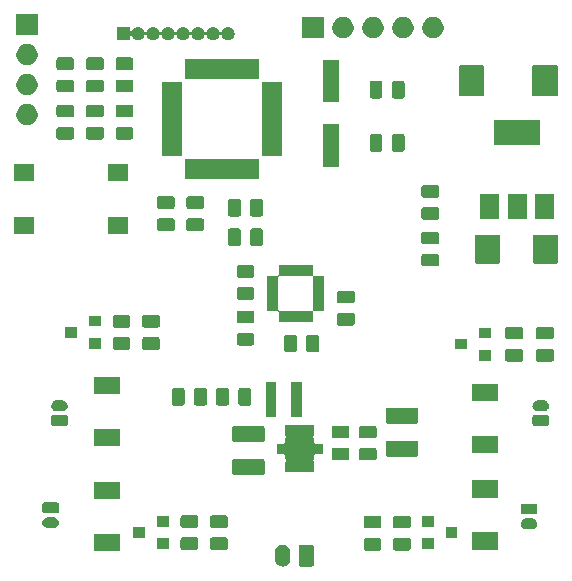
<source format=gbr>
G04 #@! TF.GenerationSoftware,KiCad,Pcbnew,(5.1.5-0-10_14)*
G04 #@! TF.CreationDate,2020-06-10T11:06:54+09:00*
G04 #@! TF.ProjectId,controller_system,636f6e74-726f-46c6-9c65-725f73797374,rev?*
G04 #@! TF.SameCoordinates,Original*
G04 #@! TF.FileFunction,Soldermask,Top*
G04 #@! TF.FilePolarity,Negative*
%FSLAX46Y46*%
G04 Gerber Fmt 4.6, Leading zero omitted, Abs format (unit mm)*
G04 Created by KiCad (PCBNEW (5.1.5-0-10_14)) date 2020-06-10 11:06:54*
%MOMM*%
%LPD*%
G04 APERTURE LIST*
%ADD10C,0.100000*%
G04 APERTURE END LIST*
D10*
G36*
X163527618Y-126783420D02*
G01*
X163608400Y-126807925D01*
X163650336Y-126820646D01*
X163763425Y-126881094D01*
X163862554Y-126962446D01*
X163943906Y-127061575D01*
X164004354Y-127174664D01*
X164007118Y-127183777D01*
X164041580Y-127297382D01*
X164051000Y-127393027D01*
X164051000Y-128006973D01*
X164041580Y-128102618D01*
X164014040Y-128193404D01*
X164004354Y-128225336D01*
X163943906Y-128338425D01*
X163862554Y-128437553D01*
X163763424Y-128518906D01*
X163650335Y-128579354D01*
X163618403Y-128589040D01*
X163527617Y-128616580D01*
X163400000Y-128629149D01*
X163272382Y-128616580D01*
X163181596Y-128589040D01*
X163149664Y-128579354D01*
X163036575Y-128518906D01*
X162937447Y-128437554D01*
X162856094Y-128338424D01*
X162795646Y-128225335D01*
X162785960Y-128193403D01*
X162758420Y-128102617D01*
X162749000Y-128006972D01*
X162749000Y-127393027D01*
X162758420Y-127297382D01*
X162792882Y-127183777D01*
X162795645Y-127174667D01*
X162855273Y-127063112D01*
X162856095Y-127061574D01*
X162869493Y-127045249D01*
X162937447Y-126962446D01*
X163036576Y-126881094D01*
X163149665Y-126820646D01*
X163191601Y-126807925D01*
X163272383Y-126783420D01*
X163400000Y-126770851D01*
X163527618Y-126783420D01*
G37*
G36*
X165891242Y-126778404D02*
G01*
X165928337Y-126789657D01*
X165962515Y-126807925D01*
X165992481Y-126832519D01*
X166017075Y-126862485D01*
X166035343Y-126896663D01*
X166046596Y-126933758D01*
X166051000Y-126978474D01*
X166051000Y-128421526D01*
X166046596Y-128466242D01*
X166035343Y-128503337D01*
X166017075Y-128537515D01*
X165992481Y-128567481D01*
X165962515Y-128592075D01*
X165928337Y-128610343D01*
X165891242Y-128621596D01*
X165846526Y-128626000D01*
X164953474Y-128626000D01*
X164908758Y-128621596D01*
X164871663Y-128610343D01*
X164837485Y-128592075D01*
X164807519Y-128567481D01*
X164782925Y-128537515D01*
X164764657Y-128503337D01*
X164753404Y-128466242D01*
X164749000Y-128421526D01*
X164749000Y-126978474D01*
X164753404Y-126933758D01*
X164764657Y-126896663D01*
X164782925Y-126862485D01*
X164807519Y-126832519D01*
X164837485Y-126807925D01*
X164871663Y-126789657D01*
X164908758Y-126778404D01*
X164953474Y-126774000D01*
X165846526Y-126774000D01*
X165891242Y-126778404D01*
G37*
G36*
X149601000Y-127351000D02*
G01*
X147399000Y-127351000D01*
X147399000Y-125849000D01*
X149601000Y-125849000D01*
X149601000Y-127351000D01*
G37*
G36*
X171584468Y-126203565D02*
G01*
X171623138Y-126215296D01*
X171658777Y-126234346D01*
X171690017Y-126259983D01*
X171715654Y-126291223D01*
X171734704Y-126326862D01*
X171746435Y-126365532D01*
X171751000Y-126411888D01*
X171751000Y-127063112D01*
X171746435Y-127109468D01*
X171734704Y-127148138D01*
X171715654Y-127183777D01*
X171690017Y-127215017D01*
X171658777Y-127240654D01*
X171623138Y-127259704D01*
X171584468Y-127271435D01*
X171538112Y-127276000D01*
X170461888Y-127276000D01*
X170415532Y-127271435D01*
X170376862Y-127259704D01*
X170341223Y-127240654D01*
X170309983Y-127215017D01*
X170284346Y-127183777D01*
X170265296Y-127148138D01*
X170253565Y-127109468D01*
X170249000Y-127063112D01*
X170249000Y-126411888D01*
X170253565Y-126365532D01*
X170265296Y-126326862D01*
X170284346Y-126291223D01*
X170309983Y-126259983D01*
X170341223Y-126234346D01*
X170376862Y-126215296D01*
X170415532Y-126203565D01*
X170461888Y-126199000D01*
X171538112Y-126199000D01*
X171584468Y-126203565D01*
G37*
G36*
X174084468Y-126203565D02*
G01*
X174123138Y-126215296D01*
X174158777Y-126234346D01*
X174190017Y-126259983D01*
X174215654Y-126291223D01*
X174234704Y-126326862D01*
X174246435Y-126365532D01*
X174251000Y-126411888D01*
X174251000Y-127063112D01*
X174246435Y-127109468D01*
X174234704Y-127148138D01*
X174215654Y-127183777D01*
X174190017Y-127215017D01*
X174158777Y-127240654D01*
X174123138Y-127259704D01*
X174084468Y-127271435D01*
X174038112Y-127276000D01*
X172961888Y-127276000D01*
X172915532Y-127271435D01*
X172876862Y-127259704D01*
X172841223Y-127240654D01*
X172809983Y-127215017D01*
X172784346Y-127183777D01*
X172765296Y-127148138D01*
X172753565Y-127109468D01*
X172749000Y-127063112D01*
X172749000Y-126411888D01*
X172753565Y-126365532D01*
X172765296Y-126326862D01*
X172784346Y-126291223D01*
X172809983Y-126259983D01*
X172841223Y-126234346D01*
X172876862Y-126215296D01*
X172915532Y-126203565D01*
X172961888Y-126199000D01*
X174038112Y-126199000D01*
X174084468Y-126203565D01*
G37*
G36*
X158584468Y-126153565D02*
G01*
X158623138Y-126165296D01*
X158658777Y-126184346D01*
X158690017Y-126209983D01*
X158715654Y-126241223D01*
X158734704Y-126276862D01*
X158746435Y-126315532D01*
X158751000Y-126361888D01*
X158751000Y-127013112D01*
X158746435Y-127059468D01*
X158734704Y-127098138D01*
X158715654Y-127133777D01*
X158690017Y-127165017D01*
X158658777Y-127190654D01*
X158623138Y-127209704D01*
X158584468Y-127221435D01*
X158538112Y-127226000D01*
X157461888Y-127226000D01*
X157415532Y-127221435D01*
X157376862Y-127209704D01*
X157341223Y-127190654D01*
X157309983Y-127165017D01*
X157284346Y-127133777D01*
X157265296Y-127098138D01*
X157253565Y-127059468D01*
X157249000Y-127013112D01*
X157249000Y-126361888D01*
X157253565Y-126315532D01*
X157265296Y-126276862D01*
X157284346Y-126241223D01*
X157309983Y-126209983D01*
X157341223Y-126184346D01*
X157376862Y-126165296D01*
X157415532Y-126153565D01*
X157461888Y-126149000D01*
X158538112Y-126149000D01*
X158584468Y-126153565D01*
G37*
G36*
X156084468Y-126153565D02*
G01*
X156123138Y-126165296D01*
X156158777Y-126184346D01*
X156190017Y-126209983D01*
X156215654Y-126241223D01*
X156234704Y-126276862D01*
X156246435Y-126315532D01*
X156251000Y-126361888D01*
X156251000Y-127013112D01*
X156246435Y-127059468D01*
X156234704Y-127098138D01*
X156215654Y-127133777D01*
X156190017Y-127165017D01*
X156158777Y-127190654D01*
X156123138Y-127209704D01*
X156084468Y-127221435D01*
X156038112Y-127226000D01*
X154961888Y-127226000D01*
X154915532Y-127221435D01*
X154876862Y-127209704D01*
X154841223Y-127190654D01*
X154809983Y-127165017D01*
X154784346Y-127133777D01*
X154765296Y-127098138D01*
X154753565Y-127059468D01*
X154749000Y-127013112D01*
X154749000Y-126361888D01*
X154753565Y-126315532D01*
X154765296Y-126276862D01*
X154784346Y-126241223D01*
X154809983Y-126209983D01*
X154841223Y-126184346D01*
X154876862Y-126165296D01*
X154915532Y-126153565D01*
X154961888Y-126149000D01*
X156038112Y-126149000D01*
X156084468Y-126153565D01*
G37*
G36*
X181601000Y-127201000D02*
G01*
X179399000Y-127201000D01*
X179399000Y-125699000D01*
X181601000Y-125699000D01*
X181601000Y-127201000D01*
G37*
G36*
X153751000Y-127151000D02*
G01*
X152749000Y-127151000D01*
X152749000Y-126249000D01*
X153751000Y-126249000D01*
X153751000Y-127151000D01*
G37*
G36*
X176201000Y-127151000D02*
G01*
X175199000Y-127151000D01*
X175199000Y-126249000D01*
X176201000Y-126249000D01*
X176201000Y-127151000D01*
G37*
G36*
X151751000Y-126201000D02*
G01*
X150749000Y-126201000D01*
X150749000Y-125299000D01*
X151751000Y-125299000D01*
X151751000Y-126201000D01*
G37*
G36*
X178201000Y-126201000D02*
G01*
X177199000Y-126201000D01*
X177199000Y-125299000D01*
X178201000Y-125299000D01*
X178201000Y-126201000D01*
G37*
G36*
X184588410Y-124555525D02*
G01*
X184673426Y-124581314D01*
X184751775Y-124623193D01*
X184820449Y-124679551D01*
X184876807Y-124748225D01*
X184918686Y-124826574D01*
X184944475Y-124911590D01*
X184953182Y-125000000D01*
X184944475Y-125088410D01*
X184918686Y-125173426D01*
X184876807Y-125251775D01*
X184820449Y-125320449D01*
X184751775Y-125376807D01*
X184673426Y-125418686D01*
X184588410Y-125444475D01*
X184522158Y-125451000D01*
X183977842Y-125451000D01*
X183911590Y-125444475D01*
X183826574Y-125418686D01*
X183748225Y-125376807D01*
X183679551Y-125320449D01*
X183623193Y-125251775D01*
X183581314Y-125173426D01*
X183555525Y-125088410D01*
X183546818Y-125000000D01*
X183555525Y-124911590D01*
X183581314Y-124826574D01*
X183623193Y-124748225D01*
X183679551Y-124679551D01*
X183748225Y-124623193D01*
X183826574Y-124581314D01*
X183911590Y-124555525D01*
X183977842Y-124549000D01*
X184522158Y-124549000D01*
X184588410Y-124555525D01*
G37*
G36*
X174084468Y-124328565D02*
G01*
X174123138Y-124340296D01*
X174158777Y-124359346D01*
X174190017Y-124384983D01*
X174215654Y-124416223D01*
X174234704Y-124451862D01*
X174246435Y-124490532D01*
X174251000Y-124536888D01*
X174251000Y-125188112D01*
X174246435Y-125234468D01*
X174234704Y-125273138D01*
X174215654Y-125308777D01*
X174190017Y-125340017D01*
X174158777Y-125365654D01*
X174123138Y-125384704D01*
X174084468Y-125396435D01*
X174038112Y-125401000D01*
X172961888Y-125401000D01*
X172915532Y-125396435D01*
X172876862Y-125384704D01*
X172841223Y-125365654D01*
X172809983Y-125340017D01*
X172784346Y-125308777D01*
X172765296Y-125273138D01*
X172753565Y-125234468D01*
X172749000Y-125188112D01*
X172749000Y-124536888D01*
X172753565Y-124490532D01*
X172765296Y-124451862D01*
X172784346Y-124416223D01*
X172809983Y-124384983D01*
X172841223Y-124359346D01*
X172876862Y-124340296D01*
X172915532Y-124328565D01*
X172961888Y-124324000D01*
X174038112Y-124324000D01*
X174084468Y-124328565D01*
G37*
G36*
X171584468Y-124328565D02*
G01*
X171623138Y-124340296D01*
X171658777Y-124359346D01*
X171690017Y-124384983D01*
X171715654Y-124416223D01*
X171734704Y-124451862D01*
X171746435Y-124490532D01*
X171751000Y-124536888D01*
X171751000Y-125188112D01*
X171746435Y-125234468D01*
X171734704Y-125273138D01*
X171715654Y-125308777D01*
X171690017Y-125340017D01*
X171658777Y-125365654D01*
X171623138Y-125384704D01*
X171584468Y-125396435D01*
X171538112Y-125401000D01*
X170461888Y-125401000D01*
X170415532Y-125396435D01*
X170376862Y-125384704D01*
X170341223Y-125365654D01*
X170309983Y-125340017D01*
X170284346Y-125308777D01*
X170265296Y-125273138D01*
X170253565Y-125234468D01*
X170249000Y-125188112D01*
X170249000Y-124536888D01*
X170253565Y-124490532D01*
X170265296Y-124451862D01*
X170284346Y-124416223D01*
X170309983Y-124384983D01*
X170341223Y-124359346D01*
X170376862Y-124340296D01*
X170415532Y-124328565D01*
X170461888Y-124324000D01*
X171538112Y-124324000D01*
X171584468Y-124328565D01*
G37*
G36*
X158584468Y-124278565D02*
G01*
X158623138Y-124290296D01*
X158658777Y-124309346D01*
X158690017Y-124334983D01*
X158715654Y-124366223D01*
X158734704Y-124401862D01*
X158746435Y-124440532D01*
X158751000Y-124486888D01*
X158751000Y-125138112D01*
X158746435Y-125184468D01*
X158734704Y-125223138D01*
X158715654Y-125258777D01*
X158690017Y-125290017D01*
X158658777Y-125315654D01*
X158623138Y-125334704D01*
X158584468Y-125346435D01*
X158538112Y-125351000D01*
X157461888Y-125351000D01*
X157415532Y-125346435D01*
X157376862Y-125334704D01*
X157341223Y-125315654D01*
X157309983Y-125290017D01*
X157284346Y-125258777D01*
X157265296Y-125223138D01*
X157253565Y-125184468D01*
X157249000Y-125138112D01*
X157249000Y-124486888D01*
X157253565Y-124440532D01*
X157265296Y-124401862D01*
X157284346Y-124366223D01*
X157309983Y-124334983D01*
X157341223Y-124309346D01*
X157376862Y-124290296D01*
X157415532Y-124278565D01*
X157461888Y-124274000D01*
X158538112Y-124274000D01*
X158584468Y-124278565D01*
G37*
G36*
X156084468Y-124278565D02*
G01*
X156123138Y-124290296D01*
X156158777Y-124309346D01*
X156190017Y-124334983D01*
X156215654Y-124366223D01*
X156234704Y-124401862D01*
X156246435Y-124440532D01*
X156251000Y-124486888D01*
X156251000Y-125138112D01*
X156246435Y-125184468D01*
X156234704Y-125223138D01*
X156215654Y-125258777D01*
X156190017Y-125290017D01*
X156158777Y-125315654D01*
X156123138Y-125334704D01*
X156084468Y-125346435D01*
X156038112Y-125351000D01*
X154961888Y-125351000D01*
X154915532Y-125346435D01*
X154876862Y-125334704D01*
X154841223Y-125315654D01*
X154809983Y-125290017D01*
X154784346Y-125258777D01*
X154765296Y-125223138D01*
X154753565Y-125184468D01*
X154749000Y-125138112D01*
X154749000Y-124486888D01*
X154753565Y-124440532D01*
X154765296Y-124401862D01*
X154784346Y-124366223D01*
X154809983Y-124334983D01*
X154841223Y-124309346D01*
X154876862Y-124290296D01*
X154915532Y-124278565D01*
X154961888Y-124274000D01*
X156038112Y-124274000D01*
X156084468Y-124278565D01*
G37*
G36*
X144088410Y-124455525D02*
G01*
X144173426Y-124481314D01*
X144251775Y-124523193D01*
X144320449Y-124579551D01*
X144376807Y-124648225D01*
X144418686Y-124726574D01*
X144444475Y-124811590D01*
X144453182Y-124900000D01*
X144444475Y-124988410D01*
X144418686Y-125073426D01*
X144376807Y-125151775D01*
X144320449Y-125220449D01*
X144251775Y-125276807D01*
X144173426Y-125318686D01*
X144088410Y-125344475D01*
X144022158Y-125351000D01*
X143477842Y-125351000D01*
X143411590Y-125344475D01*
X143326574Y-125318686D01*
X143248225Y-125276807D01*
X143179551Y-125220449D01*
X143123193Y-125151775D01*
X143081314Y-125073426D01*
X143055525Y-124988410D01*
X143046818Y-124900000D01*
X143055525Y-124811590D01*
X143081314Y-124726574D01*
X143123193Y-124648225D01*
X143179551Y-124579551D01*
X143248225Y-124523193D01*
X143326574Y-124481314D01*
X143411590Y-124455525D01*
X143477842Y-124449000D01*
X144022158Y-124449000D01*
X144088410Y-124455525D01*
G37*
G36*
X176201000Y-125251000D02*
G01*
X175199000Y-125251000D01*
X175199000Y-124349000D01*
X176201000Y-124349000D01*
X176201000Y-125251000D01*
G37*
G36*
X153751000Y-125251000D02*
G01*
X152749000Y-125251000D01*
X152749000Y-124349000D01*
X153751000Y-124349000D01*
X153751000Y-125251000D01*
G37*
G36*
X184819683Y-123302725D02*
G01*
X184850143Y-123311966D01*
X184878223Y-123326974D01*
X184902831Y-123347169D01*
X184923026Y-123371777D01*
X184938034Y-123399857D01*
X184947275Y-123430317D01*
X184951000Y-123468140D01*
X184951000Y-124031860D01*
X184947275Y-124069683D01*
X184938034Y-124100143D01*
X184923026Y-124128223D01*
X184902831Y-124152831D01*
X184878223Y-124173026D01*
X184850143Y-124188034D01*
X184819683Y-124197275D01*
X184781860Y-124201000D01*
X183718140Y-124201000D01*
X183680317Y-124197275D01*
X183649857Y-124188034D01*
X183621777Y-124173026D01*
X183597169Y-124152831D01*
X183576974Y-124128223D01*
X183561966Y-124100143D01*
X183552725Y-124069683D01*
X183549000Y-124031860D01*
X183549000Y-123468140D01*
X183552725Y-123430317D01*
X183561966Y-123399857D01*
X183576974Y-123371777D01*
X183597169Y-123347169D01*
X183621777Y-123326974D01*
X183649857Y-123311966D01*
X183680317Y-123302725D01*
X183718140Y-123299000D01*
X184781860Y-123299000D01*
X184819683Y-123302725D01*
G37*
G36*
X144319683Y-123202725D02*
G01*
X144350143Y-123211966D01*
X144378223Y-123226974D01*
X144402831Y-123247169D01*
X144423026Y-123271777D01*
X144438034Y-123299857D01*
X144447275Y-123330317D01*
X144451000Y-123368140D01*
X144451000Y-123931860D01*
X144447275Y-123969683D01*
X144438034Y-124000143D01*
X144423026Y-124028223D01*
X144402831Y-124052831D01*
X144378223Y-124073026D01*
X144350143Y-124088034D01*
X144319683Y-124097275D01*
X144281860Y-124101000D01*
X143218140Y-124101000D01*
X143180317Y-124097275D01*
X143149857Y-124088034D01*
X143121777Y-124073026D01*
X143097169Y-124052831D01*
X143076974Y-124028223D01*
X143061966Y-124000143D01*
X143052725Y-123969683D01*
X143049000Y-123931860D01*
X143049000Y-123368140D01*
X143052725Y-123330317D01*
X143061966Y-123299857D01*
X143076974Y-123271777D01*
X143097169Y-123247169D01*
X143121777Y-123226974D01*
X143149857Y-123211966D01*
X143180317Y-123202725D01*
X143218140Y-123199000D01*
X144281860Y-123199000D01*
X144319683Y-123202725D01*
G37*
G36*
X149601000Y-122951000D02*
G01*
X147399000Y-122951000D01*
X147399000Y-121449000D01*
X149601000Y-121449000D01*
X149601000Y-122951000D01*
G37*
G36*
X181601000Y-122801000D02*
G01*
X179399000Y-122801000D01*
X179399000Y-121299000D01*
X181601000Y-121299000D01*
X181601000Y-122801000D01*
G37*
G36*
X161718604Y-119531827D02*
G01*
X161755144Y-119542912D01*
X161788821Y-119560913D01*
X161818341Y-119585139D01*
X161842567Y-119614659D01*
X161860568Y-119648336D01*
X161871653Y-119684876D01*
X161876000Y-119729018D01*
X161876000Y-120677942D01*
X161871653Y-120722084D01*
X161860568Y-120758624D01*
X161842567Y-120792301D01*
X161818341Y-120821821D01*
X161788821Y-120846047D01*
X161755144Y-120864048D01*
X161718604Y-120875133D01*
X161674462Y-120879480D01*
X159325538Y-120879480D01*
X159281396Y-120875133D01*
X159244856Y-120864048D01*
X159211179Y-120846047D01*
X159181659Y-120821821D01*
X159157433Y-120792301D01*
X159139432Y-120758624D01*
X159128347Y-120722084D01*
X159124000Y-120677942D01*
X159124000Y-119729018D01*
X159128347Y-119684876D01*
X159139432Y-119648336D01*
X159157433Y-119614659D01*
X159181659Y-119585139D01*
X159211179Y-119560913D01*
X159244856Y-119542912D01*
X159281396Y-119531827D01*
X159325538Y-119527480D01*
X161674462Y-119527480D01*
X161718604Y-119531827D01*
G37*
G36*
X165845091Y-116684280D02*
G01*
X165857329Y-116684881D01*
X166050881Y-116684881D01*
X166050881Y-117475196D01*
X166047842Y-117506048D01*
X166035834Y-117545633D01*
X166016334Y-117582115D01*
X166016329Y-117582121D01*
X166011740Y-117590706D01*
X166008902Y-117594954D01*
X165999524Y-117617592D01*
X165994742Y-117641625D01*
X165994741Y-117666129D01*
X165999521Y-117690163D01*
X166008897Y-117712802D01*
X166022510Y-117733177D01*
X166039837Y-117750504D01*
X166060211Y-117764119D01*
X166082849Y-117773497D01*
X166091881Y-117775294D01*
X166091881Y-118088882D01*
X166094283Y-118113268D01*
X166101396Y-118136717D01*
X166112947Y-118158328D01*
X166128492Y-118177270D01*
X166147434Y-118192815D01*
X166169045Y-118204366D01*
X166192494Y-118211479D01*
X166216880Y-118213881D01*
X166791881Y-118213881D01*
X166791881Y-119095881D01*
X166216880Y-119095881D01*
X166192494Y-119098283D01*
X166169045Y-119105396D01*
X166147434Y-119116947D01*
X166128492Y-119132492D01*
X166112947Y-119151434D01*
X166101396Y-119173045D01*
X166094283Y-119196494D01*
X166091881Y-119220880D01*
X166091881Y-119534154D01*
X166071304Y-119540396D01*
X166049693Y-119551947D01*
X166030751Y-119567492D01*
X166015206Y-119586434D01*
X166003655Y-119608045D01*
X165996542Y-119631494D01*
X165994140Y-119655880D01*
X165996542Y-119680266D01*
X166003655Y-119703715D01*
X166010619Y-119716744D01*
X166010530Y-119716791D01*
X166016331Y-119727643D01*
X166016334Y-119727647D01*
X166035834Y-119764129D01*
X166035835Y-119764132D01*
X166046073Y-119797880D01*
X166047842Y-119803714D01*
X166050881Y-119834566D01*
X166050881Y-120624881D01*
X165857329Y-120624881D01*
X165845091Y-120625482D01*
X165840881Y-120625897D01*
X165836671Y-120625482D01*
X165824433Y-120624881D01*
X165357329Y-120624881D01*
X165345091Y-120625482D01*
X165340881Y-120625897D01*
X165336671Y-120625482D01*
X165324433Y-120624881D01*
X164857329Y-120624881D01*
X164845091Y-120625482D01*
X164840881Y-120625897D01*
X164836671Y-120625482D01*
X164824433Y-120624881D01*
X164357329Y-120624881D01*
X164345091Y-120625482D01*
X164340881Y-120625897D01*
X164336671Y-120625482D01*
X164324433Y-120624881D01*
X163857329Y-120624881D01*
X163845091Y-120625482D01*
X163840881Y-120625897D01*
X163836671Y-120625482D01*
X163824433Y-120624881D01*
X163630881Y-120624881D01*
X163630881Y-120079892D01*
X163630882Y-120079882D01*
X163630882Y-119834566D01*
X163633921Y-119803714D01*
X163635691Y-119797880D01*
X163645928Y-119764132D01*
X163645929Y-119764129D01*
X163665429Y-119727647D01*
X163665434Y-119727641D01*
X163670023Y-119719056D01*
X163672861Y-119714808D01*
X163682239Y-119692170D01*
X163687021Y-119668137D01*
X163687022Y-119643633D01*
X163682242Y-119619599D01*
X163672866Y-119596960D01*
X163659253Y-119576585D01*
X163641926Y-119559258D01*
X163621552Y-119545643D01*
X163598914Y-119536265D01*
X163589881Y-119534468D01*
X163589881Y-119220880D01*
X163587479Y-119196494D01*
X163580366Y-119173045D01*
X163568815Y-119151434D01*
X163553270Y-119132492D01*
X163534328Y-119116947D01*
X163512717Y-119105396D01*
X163489268Y-119098283D01*
X163464882Y-119095881D01*
X162889881Y-119095881D01*
X162889881Y-118213881D01*
X163464882Y-118213881D01*
X163489268Y-118211479D01*
X163512717Y-118204366D01*
X163534328Y-118192815D01*
X163553270Y-118177270D01*
X163568815Y-118158328D01*
X163580366Y-118136717D01*
X163587479Y-118113268D01*
X163589881Y-118088882D01*
X163589881Y-117775608D01*
X163610459Y-117769366D01*
X163632070Y-117757815D01*
X163651012Y-117742270D01*
X163666557Y-117723328D01*
X163678108Y-117701717D01*
X163685221Y-117678268D01*
X163687623Y-117653882D01*
X163685221Y-117629496D01*
X163678108Y-117606047D01*
X163671144Y-117593017D01*
X163671232Y-117592970D01*
X163665431Y-117582118D01*
X163665428Y-117582114D01*
X163645928Y-117545632D01*
X163645927Y-117545629D01*
X163633920Y-117506048D01*
X163633052Y-117497230D01*
X163630881Y-117475195D01*
X163630881Y-116684881D01*
X163824433Y-116684881D01*
X163836671Y-116684280D01*
X163840881Y-116683865D01*
X163845091Y-116684280D01*
X163857329Y-116684881D01*
X164324433Y-116684881D01*
X164336671Y-116684280D01*
X164340881Y-116683865D01*
X164345091Y-116684280D01*
X164357329Y-116684881D01*
X164824433Y-116684881D01*
X164836671Y-116684280D01*
X164840881Y-116683865D01*
X164845091Y-116684280D01*
X164857329Y-116684881D01*
X165324433Y-116684881D01*
X165336671Y-116684280D01*
X165340881Y-116683865D01*
X165345091Y-116684280D01*
X165357329Y-116684881D01*
X165824433Y-116684881D01*
X165836671Y-116684280D01*
X165840881Y-116683865D01*
X165845091Y-116684280D01*
G37*
G36*
X168884468Y-118569045D02*
G01*
X168923138Y-118580776D01*
X168958777Y-118599826D01*
X168990017Y-118625463D01*
X169015654Y-118656703D01*
X169034704Y-118692342D01*
X169046435Y-118731012D01*
X169051000Y-118777368D01*
X169051000Y-119428592D01*
X169046435Y-119474948D01*
X169034704Y-119513618D01*
X169015654Y-119549257D01*
X168990017Y-119580497D01*
X168958777Y-119606134D01*
X168923138Y-119625184D01*
X168884468Y-119636915D01*
X168838112Y-119641480D01*
X167761888Y-119641480D01*
X167715532Y-119636915D01*
X167676862Y-119625184D01*
X167641223Y-119606134D01*
X167609983Y-119580497D01*
X167584346Y-119549257D01*
X167565296Y-119513618D01*
X167553565Y-119474948D01*
X167549000Y-119428592D01*
X167549000Y-118777368D01*
X167553565Y-118731012D01*
X167565296Y-118692342D01*
X167584346Y-118656703D01*
X167609983Y-118625463D01*
X167641223Y-118599826D01*
X167676862Y-118580776D01*
X167715532Y-118569045D01*
X167761888Y-118564480D01*
X168838112Y-118564480D01*
X168884468Y-118569045D01*
G37*
G36*
X171184468Y-118569045D02*
G01*
X171223138Y-118580776D01*
X171258777Y-118599826D01*
X171290017Y-118625463D01*
X171315654Y-118656703D01*
X171334704Y-118692342D01*
X171346435Y-118731012D01*
X171351000Y-118777368D01*
X171351000Y-119428592D01*
X171346435Y-119474948D01*
X171334704Y-119513618D01*
X171315654Y-119549257D01*
X171290017Y-119580497D01*
X171258777Y-119606134D01*
X171223138Y-119625184D01*
X171184468Y-119636915D01*
X171138112Y-119641480D01*
X170061888Y-119641480D01*
X170015532Y-119636915D01*
X169976862Y-119625184D01*
X169941223Y-119606134D01*
X169909983Y-119580497D01*
X169884346Y-119549257D01*
X169865296Y-119513618D01*
X169853565Y-119474948D01*
X169849000Y-119428592D01*
X169849000Y-118777368D01*
X169853565Y-118731012D01*
X169865296Y-118692342D01*
X169884346Y-118656703D01*
X169909983Y-118625463D01*
X169941223Y-118599826D01*
X169976862Y-118580776D01*
X170015532Y-118569045D01*
X170061888Y-118564480D01*
X171138112Y-118564480D01*
X171184468Y-118569045D01*
G37*
G36*
X174718604Y-117978347D02*
G01*
X174755144Y-117989432D01*
X174788821Y-118007433D01*
X174818341Y-118031659D01*
X174842567Y-118061179D01*
X174860568Y-118094856D01*
X174871653Y-118131396D01*
X174876000Y-118175538D01*
X174876000Y-119124462D01*
X174871653Y-119168604D01*
X174860568Y-119205144D01*
X174842567Y-119238821D01*
X174818341Y-119268341D01*
X174788821Y-119292567D01*
X174755144Y-119310568D01*
X174718604Y-119321653D01*
X174674462Y-119326000D01*
X172325538Y-119326000D01*
X172281396Y-119321653D01*
X172244856Y-119310568D01*
X172211179Y-119292567D01*
X172181659Y-119268341D01*
X172157433Y-119238821D01*
X172139432Y-119205144D01*
X172128347Y-119168604D01*
X172124000Y-119124462D01*
X172124000Y-118175538D01*
X172128347Y-118131396D01*
X172139432Y-118094856D01*
X172157433Y-118061179D01*
X172181659Y-118031659D01*
X172211179Y-118007433D01*
X172244856Y-117989432D01*
X172281396Y-117978347D01*
X172325538Y-117974000D01*
X174674462Y-117974000D01*
X174718604Y-117978347D01*
G37*
G36*
X181601000Y-119051000D02*
G01*
X179399000Y-119051000D01*
X179399000Y-117549000D01*
X181601000Y-117549000D01*
X181601000Y-119051000D01*
G37*
G36*
X149601000Y-118451000D02*
G01*
X147399000Y-118451000D01*
X147399000Y-116949000D01*
X149601000Y-116949000D01*
X149601000Y-118451000D01*
G37*
G36*
X161718604Y-116731827D02*
G01*
X161755144Y-116742912D01*
X161788821Y-116760913D01*
X161818341Y-116785139D01*
X161842567Y-116814659D01*
X161860568Y-116848336D01*
X161871653Y-116884876D01*
X161876000Y-116929018D01*
X161876000Y-117877942D01*
X161871653Y-117922084D01*
X161860568Y-117958624D01*
X161842567Y-117992301D01*
X161818341Y-118021821D01*
X161788821Y-118046047D01*
X161755144Y-118064048D01*
X161718604Y-118075133D01*
X161674462Y-118079480D01*
X159325538Y-118079480D01*
X159281396Y-118075133D01*
X159244856Y-118064048D01*
X159211179Y-118046047D01*
X159181659Y-118021821D01*
X159157433Y-117992301D01*
X159139432Y-117958624D01*
X159128347Y-117922084D01*
X159124000Y-117877942D01*
X159124000Y-116929018D01*
X159128347Y-116884876D01*
X159139432Y-116848336D01*
X159157433Y-116814659D01*
X159181659Y-116785139D01*
X159211179Y-116760913D01*
X159244856Y-116742912D01*
X159281396Y-116731827D01*
X159325538Y-116727480D01*
X161674462Y-116727480D01*
X161718604Y-116731827D01*
G37*
G36*
X168884468Y-116694045D02*
G01*
X168923138Y-116705776D01*
X168958777Y-116724826D01*
X168990017Y-116750463D01*
X169015654Y-116781703D01*
X169034704Y-116817342D01*
X169046435Y-116856012D01*
X169051000Y-116902368D01*
X169051000Y-117553592D01*
X169046435Y-117599948D01*
X169034704Y-117638618D01*
X169015654Y-117674257D01*
X168990017Y-117705497D01*
X168958777Y-117731134D01*
X168923138Y-117750184D01*
X168884468Y-117761915D01*
X168838112Y-117766480D01*
X167761888Y-117766480D01*
X167715532Y-117761915D01*
X167676862Y-117750184D01*
X167641223Y-117731134D01*
X167609983Y-117705497D01*
X167584346Y-117674257D01*
X167565296Y-117638618D01*
X167553565Y-117599948D01*
X167549000Y-117553592D01*
X167549000Y-116902368D01*
X167553565Y-116856012D01*
X167565296Y-116817342D01*
X167584346Y-116781703D01*
X167609983Y-116750463D01*
X167641223Y-116724826D01*
X167676862Y-116705776D01*
X167715532Y-116694045D01*
X167761888Y-116689480D01*
X168838112Y-116689480D01*
X168884468Y-116694045D01*
G37*
G36*
X171184468Y-116694045D02*
G01*
X171223138Y-116705776D01*
X171258777Y-116724826D01*
X171290017Y-116750463D01*
X171315654Y-116781703D01*
X171334704Y-116817342D01*
X171346435Y-116856012D01*
X171351000Y-116902368D01*
X171351000Y-117553592D01*
X171346435Y-117599948D01*
X171334704Y-117638618D01*
X171315654Y-117674257D01*
X171290017Y-117705497D01*
X171258777Y-117731134D01*
X171223138Y-117750184D01*
X171184468Y-117761915D01*
X171138112Y-117766480D01*
X170061888Y-117766480D01*
X170015532Y-117761915D01*
X169976862Y-117750184D01*
X169941223Y-117731134D01*
X169909983Y-117705497D01*
X169884346Y-117674257D01*
X169865296Y-117638618D01*
X169853565Y-117599948D01*
X169849000Y-117553592D01*
X169849000Y-116902368D01*
X169853565Y-116856012D01*
X169865296Y-116817342D01*
X169884346Y-116781703D01*
X169909983Y-116750463D01*
X169941223Y-116724826D01*
X169976862Y-116705776D01*
X170015532Y-116694045D01*
X170061888Y-116689480D01*
X171138112Y-116689480D01*
X171184468Y-116694045D01*
G37*
G36*
X145069683Y-115802725D02*
G01*
X145100143Y-115811966D01*
X145128223Y-115826974D01*
X145152831Y-115847169D01*
X145173026Y-115871777D01*
X145188034Y-115899857D01*
X145197275Y-115930317D01*
X145201000Y-115968140D01*
X145201000Y-116531860D01*
X145197275Y-116569683D01*
X145188034Y-116600143D01*
X145173026Y-116628223D01*
X145152831Y-116652831D01*
X145128223Y-116673026D01*
X145100143Y-116688034D01*
X145069683Y-116697275D01*
X145031860Y-116701000D01*
X143968140Y-116701000D01*
X143930317Y-116697275D01*
X143899857Y-116688034D01*
X143871777Y-116673026D01*
X143847169Y-116652831D01*
X143826974Y-116628223D01*
X143811966Y-116600143D01*
X143802725Y-116569683D01*
X143799000Y-116531860D01*
X143799000Y-115968140D01*
X143802725Y-115930317D01*
X143811966Y-115899857D01*
X143826974Y-115871777D01*
X143847169Y-115847169D01*
X143871777Y-115826974D01*
X143899857Y-115811966D01*
X143930317Y-115802725D01*
X143968140Y-115799000D01*
X145031860Y-115799000D01*
X145069683Y-115802725D01*
G37*
G36*
X185819683Y-115802725D02*
G01*
X185850143Y-115811966D01*
X185878223Y-115826974D01*
X185902831Y-115847169D01*
X185923026Y-115871777D01*
X185938034Y-115899857D01*
X185947275Y-115930317D01*
X185951000Y-115968140D01*
X185951000Y-116531860D01*
X185947275Y-116569683D01*
X185938034Y-116600143D01*
X185923026Y-116628223D01*
X185902831Y-116652831D01*
X185878223Y-116673026D01*
X185850143Y-116688034D01*
X185819683Y-116697275D01*
X185781860Y-116701000D01*
X184718140Y-116701000D01*
X184680317Y-116697275D01*
X184649857Y-116688034D01*
X184621777Y-116673026D01*
X184597169Y-116652831D01*
X184576974Y-116628223D01*
X184561966Y-116600143D01*
X184552725Y-116569683D01*
X184549000Y-116531860D01*
X184549000Y-115968140D01*
X184552725Y-115930317D01*
X184561966Y-115899857D01*
X184576974Y-115871777D01*
X184597169Y-115847169D01*
X184621777Y-115826974D01*
X184649857Y-115811966D01*
X184680317Y-115802725D01*
X184718140Y-115799000D01*
X185781860Y-115799000D01*
X185819683Y-115802725D01*
G37*
G36*
X174718604Y-115178347D02*
G01*
X174755144Y-115189432D01*
X174788821Y-115207433D01*
X174818341Y-115231659D01*
X174842567Y-115261179D01*
X174860568Y-115294856D01*
X174871653Y-115331396D01*
X174876000Y-115375538D01*
X174876000Y-116324462D01*
X174871653Y-116368604D01*
X174860568Y-116405144D01*
X174842567Y-116438821D01*
X174818341Y-116468341D01*
X174788821Y-116492567D01*
X174755144Y-116510568D01*
X174718604Y-116521653D01*
X174674462Y-116526000D01*
X172325538Y-116526000D01*
X172281396Y-116521653D01*
X172244856Y-116510568D01*
X172211179Y-116492567D01*
X172181659Y-116468341D01*
X172157433Y-116438821D01*
X172139432Y-116405144D01*
X172128347Y-116368604D01*
X172124000Y-116324462D01*
X172124000Y-115375538D01*
X172128347Y-115331396D01*
X172139432Y-115294856D01*
X172157433Y-115261179D01*
X172181659Y-115231659D01*
X172211179Y-115207433D01*
X172244856Y-115189432D01*
X172281396Y-115178347D01*
X172325538Y-115174000D01*
X174674462Y-115174000D01*
X174718604Y-115178347D01*
G37*
G36*
X162851000Y-116001000D02*
G01*
X161949000Y-116001000D01*
X161949000Y-112999000D01*
X162851000Y-112999000D01*
X162851000Y-116001000D01*
G37*
G36*
X165051000Y-116001000D02*
G01*
X164149000Y-116001000D01*
X164149000Y-112999000D01*
X165051000Y-112999000D01*
X165051000Y-116001000D01*
G37*
G36*
X185588410Y-114555525D02*
G01*
X185673426Y-114581314D01*
X185751775Y-114623193D01*
X185820449Y-114679551D01*
X185876807Y-114748225D01*
X185918686Y-114826574D01*
X185944475Y-114911590D01*
X185953182Y-115000000D01*
X185944475Y-115088410D01*
X185918686Y-115173426D01*
X185876807Y-115251775D01*
X185820449Y-115320449D01*
X185751775Y-115376807D01*
X185673426Y-115418686D01*
X185588410Y-115444475D01*
X185522158Y-115451000D01*
X184977842Y-115451000D01*
X184911590Y-115444475D01*
X184826574Y-115418686D01*
X184748225Y-115376807D01*
X184679551Y-115320449D01*
X184623193Y-115251775D01*
X184581314Y-115173426D01*
X184555525Y-115088410D01*
X184546818Y-115000000D01*
X184555525Y-114911590D01*
X184581314Y-114826574D01*
X184623193Y-114748225D01*
X184679551Y-114679551D01*
X184748225Y-114623193D01*
X184826574Y-114581314D01*
X184911590Y-114555525D01*
X184977842Y-114549000D01*
X185522158Y-114549000D01*
X185588410Y-114555525D01*
G37*
G36*
X144838410Y-114555525D02*
G01*
X144923426Y-114581314D01*
X145001775Y-114623193D01*
X145070449Y-114679551D01*
X145126807Y-114748225D01*
X145168686Y-114826574D01*
X145194475Y-114911590D01*
X145203182Y-115000000D01*
X145194475Y-115088410D01*
X145168686Y-115173426D01*
X145126807Y-115251775D01*
X145070449Y-115320449D01*
X145001775Y-115376807D01*
X144923426Y-115418686D01*
X144838410Y-115444475D01*
X144772158Y-115451000D01*
X144227842Y-115451000D01*
X144161590Y-115444475D01*
X144076574Y-115418686D01*
X143998225Y-115376807D01*
X143929551Y-115320449D01*
X143873193Y-115251775D01*
X143831314Y-115173426D01*
X143805525Y-115088410D01*
X143796818Y-115000000D01*
X143805525Y-114911590D01*
X143831314Y-114826574D01*
X143873193Y-114748225D01*
X143929551Y-114679551D01*
X143998225Y-114623193D01*
X144076574Y-114581314D01*
X144161590Y-114555525D01*
X144227842Y-114549000D01*
X144772158Y-114549000D01*
X144838410Y-114555525D01*
G37*
G36*
X160559468Y-113503565D02*
G01*
X160598138Y-113515296D01*
X160633777Y-113534346D01*
X160665017Y-113559983D01*
X160690654Y-113591223D01*
X160709704Y-113626862D01*
X160721435Y-113665532D01*
X160726000Y-113711888D01*
X160726000Y-114788112D01*
X160721435Y-114834468D01*
X160709704Y-114873138D01*
X160690654Y-114908777D01*
X160665017Y-114940017D01*
X160633777Y-114965654D01*
X160598138Y-114984704D01*
X160559468Y-114996435D01*
X160513112Y-115001000D01*
X159861888Y-115001000D01*
X159815532Y-114996435D01*
X159776862Y-114984704D01*
X159741223Y-114965654D01*
X159709983Y-114940017D01*
X159684346Y-114908777D01*
X159665296Y-114873138D01*
X159653565Y-114834468D01*
X159649000Y-114788112D01*
X159649000Y-113711888D01*
X159653565Y-113665532D01*
X159665296Y-113626862D01*
X159684346Y-113591223D01*
X159709983Y-113559983D01*
X159741223Y-113534346D01*
X159776862Y-113515296D01*
X159815532Y-113503565D01*
X159861888Y-113499000D01*
X160513112Y-113499000D01*
X160559468Y-113503565D01*
G37*
G36*
X158684468Y-113503565D02*
G01*
X158723138Y-113515296D01*
X158758777Y-113534346D01*
X158790017Y-113559983D01*
X158815654Y-113591223D01*
X158834704Y-113626862D01*
X158846435Y-113665532D01*
X158851000Y-113711888D01*
X158851000Y-114788112D01*
X158846435Y-114834468D01*
X158834704Y-114873138D01*
X158815654Y-114908777D01*
X158790017Y-114940017D01*
X158758777Y-114965654D01*
X158723138Y-114984704D01*
X158684468Y-114996435D01*
X158638112Y-115001000D01*
X157986888Y-115001000D01*
X157940532Y-114996435D01*
X157901862Y-114984704D01*
X157866223Y-114965654D01*
X157834983Y-114940017D01*
X157809346Y-114908777D01*
X157790296Y-114873138D01*
X157778565Y-114834468D01*
X157774000Y-114788112D01*
X157774000Y-113711888D01*
X157778565Y-113665532D01*
X157790296Y-113626862D01*
X157809346Y-113591223D01*
X157834983Y-113559983D01*
X157866223Y-113534346D01*
X157901862Y-113515296D01*
X157940532Y-113503565D01*
X157986888Y-113499000D01*
X158638112Y-113499000D01*
X158684468Y-113503565D01*
G37*
G36*
X154934468Y-113503565D02*
G01*
X154973138Y-113515296D01*
X155008777Y-113534346D01*
X155040017Y-113559983D01*
X155065654Y-113591223D01*
X155084704Y-113626862D01*
X155096435Y-113665532D01*
X155101000Y-113711888D01*
X155101000Y-114788112D01*
X155096435Y-114834468D01*
X155084704Y-114873138D01*
X155065654Y-114908777D01*
X155040017Y-114940017D01*
X155008777Y-114965654D01*
X154973138Y-114984704D01*
X154934468Y-114996435D01*
X154888112Y-115001000D01*
X154236888Y-115001000D01*
X154190532Y-114996435D01*
X154151862Y-114984704D01*
X154116223Y-114965654D01*
X154084983Y-114940017D01*
X154059346Y-114908777D01*
X154040296Y-114873138D01*
X154028565Y-114834468D01*
X154024000Y-114788112D01*
X154024000Y-113711888D01*
X154028565Y-113665532D01*
X154040296Y-113626862D01*
X154059346Y-113591223D01*
X154084983Y-113559983D01*
X154116223Y-113534346D01*
X154151862Y-113515296D01*
X154190532Y-113503565D01*
X154236888Y-113499000D01*
X154888112Y-113499000D01*
X154934468Y-113503565D01*
G37*
G36*
X156809468Y-113503565D02*
G01*
X156848138Y-113515296D01*
X156883777Y-113534346D01*
X156915017Y-113559983D01*
X156940654Y-113591223D01*
X156959704Y-113626862D01*
X156971435Y-113665532D01*
X156976000Y-113711888D01*
X156976000Y-114788112D01*
X156971435Y-114834468D01*
X156959704Y-114873138D01*
X156940654Y-114908777D01*
X156915017Y-114940017D01*
X156883777Y-114965654D01*
X156848138Y-114984704D01*
X156809468Y-114996435D01*
X156763112Y-115001000D01*
X156111888Y-115001000D01*
X156065532Y-114996435D01*
X156026862Y-114984704D01*
X155991223Y-114965654D01*
X155959983Y-114940017D01*
X155934346Y-114908777D01*
X155915296Y-114873138D01*
X155903565Y-114834468D01*
X155899000Y-114788112D01*
X155899000Y-113711888D01*
X155903565Y-113665532D01*
X155915296Y-113626862D01*
X155934346Y-113591223D01*
X155959983Y-113559983D01*
X155991223Y-113534346D01*
X156026862Y-113515296D01*
X156065532Y-113503565D01*
X156111888Y-113499000D01*
X156763112Y-113499000D01*
X156809468Y-113503565D01*
G37*
G36*
X181601000Y-114651000D02*
G01*
X179399000Y-114651000D01*
X179399000Y-113149000D01*
X181601000Y-113149000D01*
X181601000Y-114651000D01*
G37*
G36*
X149601000Y-114051000D02*
G01*
X147399000Y-114051000D01*
X147399000Y-112549000D01*
X149601000Y-112549000D01*
X149601000Y-114051000D01*
G37*
G36*
X183584468Y-110203565D02*
G01*
X183623138Y-110215296D01*
X183658777Y-110234346D01*
X183690017Y-110259983D01*
X183715654Y-110291223D01*
X183734704Y-110326862D01*
X183746435Y-110365532D01*
X183751000Y-110411888D01*
X183751000Y-111063112D01*
X183746435Y-111109468D01*
X183734704Y-111148138D01*
X183715654Y-111183777D01*
X183690017Y-111215017D01*
X183658777Y-111240654D01*
X183623138Y-111259704D01*
X183584468Y-111271435D01*
X183538112Y-111276000D01*
X182461888Y-111276000D01*
X182415532Y-111271435D01*
X182376862Y-111259704D01*
X182341223Y-111240654D01*
X182309983Y-111215017D01*
X182284346Y-111183777D01*
X182265296Y-111148138D01*
X182253565Y-111109468D01*
X182249000Y-111063112D01*
X182249000Y-110411888D01*
X182253565Y-110365532D01*
X182265296Y-110326862D01*
X182284346Y-110291223D01*
X182309983Y-110259983D01*
X182341223Y-110234346D01*
X182376862Y-110215296D01*
X182415532Y-110203565D01*
X182461888Y-110199000D01*
X183538112Y-110199000D01*
X183584468Y-110203565D01*
G37*
G36*
X186184468Y-110203565D02*
G01*
X186223138Y-110215296D01*
X186258777Y-110234346D01*
X186290017Y-110259983D01*
X186315654Y-110291223D01*
X186334704Y-110326862D01*
X186346435Y-110365532D01*
X186351000Y-110411888D01*
X186351000Y-111063112D01*
X186346435Y-111109468D01*
X186334704Y-111148138D01*
X186315654Y-111183777D01*
X186290017Y-111215017D01*
X186258777Y-111240654D01*
X186223138Y-111259704D01*
X186184468Y-111271435D01*
X186138112Y-111276000D01*
X185061888Y-111276000D01*
X185015532Y-111271435D01*
X184976862Y-111259704D01*
X184941223Y-111240654D01*
X184909983Y-111215017D01*
X184884346Y-111183777D01*
X184865296Y-111148138D01*
X184853565Y-111109468D01*
X184849000Y-111063112D01*
X184849000Y-110411888D01*
X184853565Y-110365532D01*
X184865296Y-110326862D01*
X184884346Y-110291223D01*
X184909983Y-110259983D01*
X184941223Y-110234346D01*
X184976862Y-110215296D01*
X185015532Y-110203565D01*
X185061888Y-110199000D01*
X186138112Y-110199000D01*
X186184468Y-110203565D01*
G37*
G36*
X181001000Y-111201000D02*
G01*
X179999000Y-111201000D01*
X179999000Y-110299000D01*
X181001000Y-110299000D01*
X181001000Y-111201000D01*
G37*
G36*
X164434468Y-109003565D02*
G01*
X164473138Y-109015296D01*
X164508777Y-109034346D01*
X164540017Y-109059983D01*
X164565654Y-109091223D01*
X164584704Y-109126862D01*
X164596435Y-109165532D01*
X164601000Y-109211888D01*
X164601000Y-110288112D01*
X164596435Y-110334468D01*
X164584704Y-110373138D01*
X164565654Y-110408777D01*
X164540017Y-110440017D01*
X164508777Y-110465654D01*
X164473138Y-110484704D01*
X164434468Y-110496435D01*
X164388112Y-110501000D01*
X163736888Y-110501000D01*
X163690532Y-110496435D01*
X163651862Y-110484704D01*
X163616223Y-110465654D01*
X163584983Y-110440017D01*
X163559346Y-110408777D01*
X163540296Y-110373138D01*
X163528565Y-110334468D01*
X163524000Y-110288112D01*
X163524000Y-109211888D01*
X163528565Y-109165532D01*
X163540296Y-109126862D01*
X163559346Y-109091223D01*
X163584983Y-109059983D01*
X163616223Y-109034346D01*
X163651862Y-109015296D01*
X163690532Y-109003565D01*
X163736888Y-108999000D01*
X164388112Y-108999000D01*
X164434468Y-109003565D01*
G37*
G36*
X166309468Y-109003565D02*
G01*
X166348138Y-109015296D01*
X166383777Y-109034346D01*
X166415017Y-109059983D01*
X166440654Y-109091223D01*
X166459704Y-109126862D01*
X166471435Y-109165532D01*
X166476000Y-109211888D01*
X166476000Y-110288112D01*
X166471435Y-110334468D01*
X166459704Y-110373138D01*
X166440654Y-110408777D01*
X166415017Y-110440017D01*
X166383777Y-110465654D01*
X166348138Y-110484704D01*
X166309468Y-110496435D01*
X166263112Y-110501000D01*
X165611888Y-110501000D01*
X165565532Y-110496435D01*
X165526862Y-110484704D01*
X165491223Y-110465654D01*
X165459983Y-110440017D01*
X165434346Y-110408777D01*
X165415296Y-110373138D01*
X165403565Y-110334468D01*
X165399000Y-110288112D01*
X165399000Y-109211888D01*
X165403565Y-109165532D01*
X165415296Y-109126862D01*
X165434346Y-109091223D01*
X165459983Y-109059983D01*
X165491223Y-109034346D01*
X165526862Y-109015296D01*
X165565532Y-109003565D01*
X165611888Y-108999000D01*
X166263112Y-108999000D01*
X166309468Y-109003565D01*
G37*
G36*
X150334468Y-109203565D02*
G01*
X150373138Y-109215296D01*
X150408777Y-109234346D01*
X150440017Y-109259983D01*
X150465654Y-109291223D01*
X150484704Y-109326862D01*
X150496435Y-109365532D01*
X150501000Y-109411888D01*
X150501000Y-110063112D01*
X150496435Y-110109468D01*
X150484704Y-110148138D01*
X150465654Y-110183777D01*
X150440017Y-110215017D01*
X150408777Y-110240654D01*
X150373138Y-110259704D01*
X150334468Y-110271435D01*
X150288112Y-110276000D01*
X149211888Y-110276000D01*
X149165532Y-110271435D01*
X149126862Y-110259704D01*
X149091223Y-110240654D01*
X149059983Y-110215017D01*
X149034346Y-110183777D01*
X149015296Y-110148138D01*
X149003565Y-110109468D01*
X148999000Y-110063112D01*
X148999000Y-109411888D01*
X149003565Y-109365532D01*
X149015296Y-109326862D01*
X149034346Y-109291223D01*
X149059983Y-109259983D01*
X149091223Y-109234346D01*
X149126862Y-109215296D01*
X149165532Y-109203565D01*
X149211888Y-109199000D01*
X150288112Y-109199000D01*
X150334468Y-109203565D01*
G37*
G36*
X152834468Y-109203565D02*
G01*
X152873138Y-109215296D01*
X152908777Y-109234346D01*
X152940017Y-109259983D01*
X152965654Y-109291223D01*
X152984704Y-109326862D01*
X152996435Y-109365532D01*
X153001000Y-109411888D01*
X153001000Y-110063112D01*
X152996435Y-110109468D01*
X152984704Y-110148138D01*
X152965654Y-110183777D01*
X152940017Y-110215017D01*
X152908777Y-110240654D01*
X152873138Y-110259704D01*
X152834468Y-110271435D01*
X152788112Y-110276000D01*
X151711888Y-110276000D01*
X151665532Y-110271435D01*
X151626862Y-110259704D01*
X151591223Y-110240654D01*
X151559983Y-110215017D01*
X151534346Y-110183777D01*
X151515296Y-110148138D01*
X151503565Y-110109468D01*
X151499000Y-110063112D01*
X151499000Y-109411888D01*
X151503565Y-109365532D01*
X151515296Y-109326862D01*
X151534346Y-109291223D01*
X151559983Y-109259983D01*
X151591223Y-109234346D01*
X151626862Y-109215296D01*
X151665532Y-109203565D01*
X151711888Y-109199000D01*
X152788112Y-109199000D01*
X152834468Y-109203565D01*
G37*
G36*
X179001000Y-110251000D02*
G01*
X177999000Y-110251000D01*
X177999000Y-109349000D01*
X179001000Y-109349000D01*
X179001000Y-110251000D01*
G37*
G36*
X148001000Y-110201000D02*
G01*
X146999000Y-110201000D01*
X146999000Y-109299000D01*
X148001000Y-109299000D01*
X148001000Y-110201000D01*
G37*
G36*
X160834468Y-108841065D02*
G01*
X160873138Y-108852796D01*
X160908777Y-108871846D01*
X160940017Y-108897483D01*
X160965654Y-108928723D01*
X160984704Y-108964362D01*
X160996435Y-109003032D01*
X161001000Y-109049388D01*
X161001000Y-109700612D01*
X160996435Y-109746968D01*
X160984704Y-109785638D01*
X160965654Y-109821277D01*
X160940017Y-109852517D01*
X160908777Y-109878154D01*
X160873138Y-109897204D01*
X160834468Y-109908935D01*
X160788112Y-109913500D01*
X159711888Y-109913500D01*
X159665532Y-109908935D01*
X159626862Y-109897204D01*
X159591223Y-109878154D01*
X159559983Y-109852517D01*
X159534346Y-109821277D01*
X159515296Y-109785638D01*
X159503565Y-109746968D01*
X159499000Y-109700612D01*
X159499000Y-109049388D01*
X159503565Y-109003032D01*
X159515296Y-108964362D01*
X159534346Y-108928723D01*
X159559983Y-108897483D01*
X159591223Y-108871846D01*
X159626862Y-108852796D01*
X159665532Y-108841065D01*
X159711888Y-108836500D01*
X160788112Y-108836500D01*
X160834468Y-108841065D01*
G37*
G36*
X183584468Y-108328565D02*
G01*
X183623138Y-108340296D01*
X183658777Y-108359346D01*
X183690017Y-108384983D01*
X183715654Y-108416223D01*
X183734704Y-108451862D01*
X183746435Y-108490532D01*
X183751000Y-108536888D01*
X183751000Y-109188112D01*
X183746435Y-109234468D01*
X183734704Y-109273138D01*
X183715654Y-109308777D01*
X183690017Y-109340017D01*
X183658777Y-109365654D01*
X183623138Y-109384704D01*
X183584468Y-109396435D01*
X183538112Y-109401000D01*
X182461888Y-109401000D01*
X182415532Y-109396435D01*
X182376862Y-109384704D01*
X182341223Y-109365654D01*
X182309983Y-109340017D01*
X182284346Y-109308777D01*
X182265296Y-109273138D01*
X182253565Y-109234468D01*
X182249000Y-109188112D01*
X182249000Y-108536888D01*
X182253565Y-108490532D01*
X182265296Y-108451862D01*
X182284346Y-108416223D01*
X182309983Y-108384983D01*
X182341223Y-108359346D01*
X182376862Y-108340296D01*
X182415532Y-108328565D01*
X182461888Y-108324000D01*
X183538112Y-108324000D01*
X183584468Y-108328565D01*
G37*
G36*
X186184468Y-108328565D02*
G01*
X186223138Y-108340296D01*
X186258777Y-108359346D01*
X186290017Y-108384983D01*
X186315654Y-108416223D01*
X186334704Y-108451862D01*
X186346435Y-108490532D01*
X186351000Y-108536888D01*
X186351000Y-109188112D01*
X186346435Y-109234468D01*
X186334704Y-109273138D01*
X186315654Y-109308777D01*
X186290017Y-109340017D01*
X186258777Y-109365654D01*
X186223138Y-109384704D01*
X186184468Y-109396435D01*
X186138112Y-109401000D01*
X185061888Y-109401000D01*
X185015532Y-109396435D01*
X184976862Y-109384704D01*
X184941223Y-109365654D01*
X184909983Y-109340017D01*
X184884346Y-109308777D01*
X184865296Y-109273138D01*
X184853565Y-109234468D01*
X184849000Y-109188112D01*
X184849000Y-108536888D01*
X184853565Y-108490532D01*
X184865296Y-108451862D01*
X184884346Y-108416223D01*
X184909983Y-108384983D01*
X184941223Y-108359346D01*
X184976862Y-108340296D01*
X185015532Y-108328565D01*
X185061888Y-108324000D01*
X186138112Y-108324000D01*
X186184468Y-108328565D01*
G37*
G36*
X181001000Y-109301000D02*
G01*
X179999000Y-109301000D01*
X179999000Y-108399000D01*
X181001000Y-108399000D01*
X181001000Y-109301000D01*
G37*
G36*
X146001000Y-109251000D02*
G01*
X144999000Y-109251000D01*
X144999000Y-108349000D01*
X146001000Y-108349000D01*
X146001000Y-109251000D01*
G37*
G36*
X152834468Y-107328565D02*
G01*
X152873138Y-107340296D01*
X152908777Y-107359346D01*
X152940017Y-107384983D01*
X152965654Y-107416223D01*
X152984704Y-107451862D01*
X152996435Y-107490532D01*
X153001000Y-107536888D01*
X153001000Y-108188112D01*
X152996435Y-108234468D01*
X152984704Y-108273138D01*
X152965654Y-108308777D01*
X152940017Y-108340017D01*
X152908777Y-108365654D01*
X152873138Y-108384704D01*
X152834468Y-108396435D01*
X152788112Y-108401000D01*
X151711888Y-108401000D01*
X151665532Y-108396435D01*
X151626862Y-108384704D01*
X151591223Y-108365654D01*
X151559983Y-108340017D01*
X151534346Y-108308777D01*
X151515296Y-108273138D01*
X151503565Y-108234468D01*
X151499000Y-108188112D01*
X151499000Y-107536888D01*
X151503565Y-107490532D01*
X151515296Y-107451862D01*
X151534346Y-107416223D01*
X151559983Y-107384983D01*
X151591223Y-107359346D01*
X151626862Y-107340296D01*
X151665532Y-107328565D01*
X151711888Y-107324000D01*
X152788112Y-107324000D01*
X152834468Y-107328565D01*
G37*
G36*
X150334468Y-107328565D02*
G01*
X150373138Y-107340296D01*
X150408777Y-107359346D01*
X150440017Y-107384983D01*
X150465654Y-107416223D01*
X150484704Y-107451862D01*
X150496435Y-107490532D01*
X150501000Y-107536888D01*
X150501000Y-108188112D01*
X150496435Y-108234468D01*
X150484704Y-108273138D01*
X150465654Y-108308777D01*
X150440017Y-108340017D01*
X150408777Y-108365654D01*
X150373138Y-108384704D01*
X150334468Y-108396435D01*
X150288112Y-108401000D01*
X149211888Y-108401000D01*
X149165532Y-108396435D01*
X149126862Y-108384704D01*
X149091223Y-108365654D01*
X149059983Y-108340017D01*
X149034346Y-108308777D01*
X149015296Y-108273138D01*
X149003565Y-108234468D01*
X148999000Y-108188112D01*
X148999000Y-107536888D01*
X149003565Y-107490532D01*
X149015296Y-107451862D01*
X149034346Y-107416223D01*
X149059983Y-107384983D01*
X149091223Y-107359346D01*
X149126862Y-107340296D01*
X149165532Y-107328565D01*
X149211888Y-107324000D01*
X150288112Y-107324000D01*
X150334468Y-107328565D01*
G37*
G36*
X148001000Y-108301000D02*
G01*
X146999000Y-108301000D01*
X146999000Y-107399000D01*
X148001000Y-107399000D01*
X148001000Y-108301000D01*
G37*
G36*
X169334468Y-107153565D02*
G01*
X169373138Y-107165296D01*
X169408777Y-107184346D01*
X169440017Y-107209983D01*
X169465654Y-107241223D01*
X169484704Y-107276862D01*
X169496435Y-107315532D01*
X169501000Y-107361888D01*
X169501000Y-108013112D01*
X169496435Y-108059468D01*
X169484704Y-108098138D01*
X169465654Y-108133777D01*
X169440017Y-108165017D01*
X169408777Y-108190654D01*
X169373138Y-108209704D01*
X169334468Y-108221435D01*
X169288112Y-108226000D01*
X168211888Y-108226000D01*
X168165532Y-108221435D01*
X168126862Y-108209704D01*
X168091223Y-108190654D01*
X168059983Y-108165017D01*
X168034346Y-108133777D01*
X168015296Y-108098138D01*
X168003565Y-108059468D01*
X167999000Y-108013112D01*
X167999000Y-107361888D01*
X168003565Y-107315532D01*
X168015296Y-107276862D01*
X168034346Y-107241223D01*
X168059983Y-107209983D01*
X168091223Y-107184346D01*
X168126862Y-107165296D01*
X168165532Y-107153565D01*
X168211888Y-107149000D01*
X169288112Y-107149000D01*
X169334468Y-107153565D01*
G37*
G36*
X160834468Y-106966065D02*
G01*
X160873138Y-106977796D01*
X160908777Y-106996846D01*
X160940017Y-107022483D01*
X160965654Y-107053723D01*
X160984704Y-107089362D01*
X160996435Y-107128032D01*
X161001000Y-107174388D01*
X161001000Y-107825612D01*
X160996435Y-107871968D01*
X160984704Y-107910638D01*
X160965654Y-107946277D01*
X160940017Y-107977517D01*
X160908777Y-108003154D01*
X160873138Y-108022204D01*
X160834468Y-108033935D01*
X160788112Y-108038500D01*
X159711888Y-108038500D01*
X159665532Y-108033935D01*
X159626862Y-108022204D01*
X159591223Y-108003154D01*
X159559983Y-107977517D01*
X159534346Y-107946277D01*
X159515296Y-107910638D01*
X159503565Y-107871968D01*
X159499000Y-107825612D01*
X159499000Y-107174388D01*
X159503565Y-107128032D01*
X159515296Y-107089362D01*
X159534346Y-107053723D01*
X159559983Y-107022483D01*
X159591223Y-106996846D01*
X159626862Y-106977796D01*
X159665532Y-106966065D01*
X159711888Y-106961500D01*
X160788112Y-106961500D01*
X160834468Y-106966065D01*
G37*
G36*
X163420295Y-103075323D02*
G01*
X163427309Y-103077451D01*
X163441077Y-103084810D01*
X163463716Y-103094187D01*
X163487749Y-103098967D01*
X163512253Y-103098967D01*
X163536286Y-103094186D01*
X163558923Y-103084810D01*
X163572691Y-103077451D01*
X163579705Y-103075323D01*
X163593140Y-103074000D01*
X163906860Y-103074000D01*
X163920295Y-103075323D01*
X163927309Y-103077451D01*
X163941077Y-103084810D01*
X163963716Y-103094187D01*
X163987749Y-103098967D01*
X164012253Y-103098967D01*
X164036286Y-103094186D01*
X164058923Y-103084810D01*
X164072691Y-103077451D01*
X164079705Y-103075323D01*
X164093140Y-103074000D01*
X164406860Y-103074000D01*
X164420295Y-103075323D01*
X164427309Y-103077451D01*
X164441077Y-103084810D01*
X164463716Y-103094187D01*
X164487749Y-103098967D01*
X164512253Y-103098967D01*
X164536286Y-103094186D01*
X164558923Y-103084810D01*
X164572691Y-103077451D01*
X164579705Y-103075323D01*
X164593140Y-103074000D01*
X164906860Y-103074000D01*
X164920295Y-103075323D01*
X164927309Y-103077451D01*
X164941077Y-103084810D01*
X164963716Y-103094187D01*
X164987749Y-103098967D01*
X165012253Y-103098967D01*
X165036286Y-103094186D01*
X165058923Y-103084810D01*
X165072691Y-103077451D01*
X165079705Y-103075323D01*
X165093140Y-103074000D01*
X165406860Y-103074000D01*
X165420295Y-103075323D01*
X165427309Y-103077451D01*
X165441077Y-103084810D01*
X165463716Y-103094187D01*
X165487749Y-103098967D01*
X165512253Y-103098967D01*
X165536286Y-103094186D01*
X165558923Y-103084810D01*
X165572691Y-103077451D01*
X165579705Y-103075323D01*
X165593140Y-103074000D01*
X165906860Y-103074000D01*
X165920295Y-103075323D01*
X165927310Y-103077451D01*
X165933776Y-103080908D01*
X165939442Y-103085558D01*
X165944092Y-103091224D01*
X165947549Y-103097690D01*
X165949677Y-103104705D01*
X165951000Y-103118140D01*
X165951000Y-103924001D01*
X165953402Y-103948387D01*
X165960515Y-103971836D01*
X165972066Y-103993447D01*
X165987611Y-104012389D01*
X166006553Y-104027934D01*
X166028164Y-104039485D01*
X166051613Y-104046598D01*
X166075999Y-104049000D01*
X166881860Y-104049000D01*
X166895295Y-104050323D01*
X166902310Y-104052451D01*
X166908776Y-104055908D01*
X166914442Y-104060558D01*
X166919092Y-104066224D01*
X166922549Y-104072690D01*
X166924677Y-104079705D01*
X166926000Y-104093140D01*
X166926000Y-104406860D01*
X166924677Y-104420295D01*
X166922549Y-104427309D01*
X166915190Y-104441077D01*
X166905813Y-104463716D01*
X166901033Y-104487749D01*
X166901033Y-104512253D01*
X166905814Y-104536286D01*
X166915190Y-104558923D01*
X166922549Y-104572691D01*
X166924677Y-104579705D01*
X166926000Y-104593140D01*
X166926000Y-104906860D01*
X166924677Y-104920295D01*
X166922549Y-104927309D01*
X166915190Y-104941077D01*
X166905813Y-104963716D01*
X166901033Y-104987749D01*
X166901033Y-105012253D01*
X166905814Y-105036286D01*
X166915190Y-105058923D01*
X166922549Y-105072691D01*
X166924677Y-105079705D01*
X166926000Y-105093140D01*
X166926000Y-105406860D01*
X166924677Y-105420295D01*
X166922549Y-105427309D01*
X166915190Y-105441077D01*
X166905813Y-105463716D01*
X166901033Y-105487749D01*
X166901033Y-105512253D01*
X166905814Y-105536286D01*
X166915190Y-105558923D01*
X166922549Y-105572691D01*
X166924677Y-105579705D01*
X166926000Y-105593140D01*
X166926000Y-105906860D01*
X166924677Y-105920295D01*
X166922549Y-105927309D01*
X166915190Y-105941077D01*
X166905813Y-105963716D01*
X166901033Y-105987749D01*
X166901033Y-106012253D01*
X166905814Y-106036286D01*
X166915190Y-106058923D01*
X166922549Y-106072691D01*
X166924677Y-106079705D01*
X166926000Y-106093140D01*
X166926000Y-106406860D01*
X166924677Y-106420295D01*
X166922549Y-106427309D01*
X166915190Y-106441077D01*
X166905813Y-106463716D01*
X166901033Y-106487749D01*
X166901033Y-106512253D01*
X166905814Y-106536286D01*
X166915190Y-106558923D01*
X166922549Y-106572691D01*
X166924677Y-106579705D01*
X166926000Y-106593140D01*
X166926000Y-106906860D01*
X166924677Y-106920295D01*
X166922549Y-106927310D01*
X166919092Y-106933776D01*
X166914442Y-106939442D01*
X166908776Y-106944092D01*
X166902310Y-106947549D01*
X166895295Y-106949677D01*
X166881860Y-106951000D01*
X166075999Y-106951000D01*
X166051613Y-106953402D01*
X166028164Y-106960515D01*
X166006553Y-106972066D01*
X165987611Y-106987611D01*
X165972066Y-107006553D01*
X165960515Y-107028164D01*
X165953402Y-107051613D01*
X165951000Y-107075999D01*
X165951000Y-107881860D01*
X165949677Y-107895295D01*
X165947549Y-107902310D01*
X165944092Y-107908776D01*
X165939442Y-107914442D01*
X165933776Y-107919092D01*
X165927310Y-107922549D01*
X165920295Y-107924677D01*
X165906860Y-107926000D01*
X165593140Y-107926000D01*
X165579705Y-107924677D01*
X165572691Y-107922549D01*
X165558923Y-107915190D01*
X165536284Y-107905813D01*
X165512251Y-107901033D01*
X165487747Y-107901033D01*
X165463714Y-107905814D01*
X165441077Y-107915190D01*
X165427309Y-107922549D01*
X165420295Y-107924677D01*
X165406860Y-107926000D01*
X165093140Y-107926000D01*
X165079705Y-107924677D01*
X165072691Y-107922549D01*
X165058923Y-107915190D01*
X165036284Y-107905813D01*
X165012251Y-107901033D01*
X164987747Y-107901033D01*
X164963714Y-107905814D01*
X164941077Y-107915190D01*
X164927309Y-107922549D01*
X164920295Y-107924677D01*
X164906860Y-107926000D01*
X164593140Y-107926000D01*
X164579705Y-107924677D01*
X164572691Y-107922549D01*
X164558923Y-107915190D01*
X164536284Y-107905813D01*
X164512251Y-107901033D01*
X164487747Y-107901033D01*
X164463714Y-107905814D01*
X164441077Y-107915190D01*
X164427309Y-107922549D01*
X164420295Y-107924677D01*
X164406860Y-107926000D01*
X164093140Y-107926000D01*
X164079705Y-107924677D01*
X164072691Y-107922549D01*
X164058923Y-107915190D01*
X164036284Y-107905813D01*
X164012251Y-107901033D01*
X163987747Y-107901033D01*
X163963714Y-107905814D01*
X163941077Y-107915190D01*
X163927309Y-107922549D01*
X163920295Y-107924677D01*
X163906860Y-107926000D01*
X163593140Y-107926000D01*
X163579705Y-107924677D01*
X163572691Y-107922549D01*
X163558923Y-107915190D01*
X163536284Y-107905813D01*
X163512251Y-107901033D01*
X163487747Y-107901033D01*
X163463714Y-107905814D01*
X163441077Y-107915190D01*
X163427309Y-107922549D01*
X163420295Y-107924677D01*
X163406860Y-107926000D01*
X163093140Y-107926000D01*
X163079705Y-107924677D01*
X163072690Y-107922549D01*
X163066224Y-107919092D01*
X163060558Y-107914442D01*
X163055908Y-107908776D01*
X163052451Y-107902310D01*
X163050323Y-107895295D01*
X163049000Y-107881860D01*
X163049000Y-107075999D01*
X163046598Y-107051613D01*
X163039485Y-107028164D01*
X163027934Y-107006553D01*
X163012389Y-106987611D01*
X162993447Y-106972066D01*
X162971836Y-106960515D01*
X162948387Y-106953402D01*
X162924001Y-106951000D01*
X162118140Y-106951000D01*
X162104705Y-106949677D01*
X162097690Y-106947549D01*
X162091224Y-106944092D01*
X162085558Y-106939442D01*
X162080908Y-106933776D01*
X162077451Y-106927310D01*
X162075323Y-106920295D01*
X162074000Y-106906860D01*
X162074000Y-106593140D01*
X162075323Y-106579705D01*
X162077451Y-106572691D01*
X162084810Y-106558923D01*
X162094187Y-106536284D01*
X162098967Y-106512251D01*
X162098967Y-106487747D01*
X162094186Y-106463714D01*
X162084810Y-106441077D01*
X162077451Y-106427309D01*
X162075323Y-106420295D01*
X162074000Y-106406860D01*
X162074000Y-106093140D01*
X162075323Y-106079705D01*
X162077451Y-106072691D01*
X162084810Y-106058923D01*
X162094187Y-106036284D01*
X162098967Y-106012251D01*
X162098967Y-105987747D01*
X162094186Y-105963714D01*
X162084810Y-105941077D01*
X162077451Y-105927309D01*
X162075323Y-105920295D01*
X162074000Y-105906860D01*
X162074000Y-105593140D01*
X162075323Y-105579705D01*
X162077451Y-105572691D01*
X162084810Y-105558923D01*
X162094187Y-105536284D01*
X162098967Y-105512251D01*
X162098967Y-105487747D01*
X162094186Y-105463714D01*
X162084810Y-105441077D01*
X162077451Y-105427309D01*
X162075323Y-105420295D01*
X162074000Y-105406860D01*
X162074000Y-105093140D01*
X162075323Y-105079705D01*
X162077451Y-105072691D01*
X162084810Y-105058923D01*
X162094187Y-105036284D01*
X162098967Y-105012251D01*
X162098967Y-104987747D01*
X162094186Y-104963714D01*
X162084810Y-104941077D01*
X162077451Y-104927309D01*
X162075323Y-104920295D01*
X162074000Y-104906860D01*
X162074000Y-104593140D01*
X162075323Y-104579705D01*
X162077451Y-104572691D01*
X162084810Y-104558923D01*
X162094187Y-104536284D01*
X162098967Y-104512251D01*
X162098967Y-104487749D01*
X163001033Y-104487749D01*
X163001033Y-104512253D01*
X163005814Y-104536286D01*
X163015190Y-104558923D01*
X163022549Y-104572691D01*
X163024677Y-104579705D01*
X163026000Y-104593140D01*
X163026000Y-104906860D01*
X163024677Y-104920295D01*
X163022549Y-104927309D01*
X163015190Y-104941077D01*
X163005813Y-104963716D01*
X163001033Y-104987749D01*
X163001033Y-105012253D01*
X163005814Y-105036286D01*
X163015190Y-105058923D01*
X163022549Y-105072691D01*
X163024677Y-105079705D01*
X163026000Y-105093140D01*
X163026000Y-105406860D01*
X163024677Y-105420295D01*
X163022549Y-105427309D01*
X163015190Y-105441077D01*
X163005813Y-105463716D01*
X163001033Y-105487749D01*
X163001033Y-105512253D01*
X163005814Y-105536286D01*
X163015190Y-105558923D01*
X163022549Y-105572691D01*
X163024677Y-105579705D01*
X163026000Y-105593140D01*
X163026000Y-105906860D01*
X163024677Y-105920295D01*
X163022549Y-105927309D01*
X163015190Y-105941077D01*
X163005813Y-105963716D01*
X163001033Y-105987749D01*
X163001033Y-106012253D01*
X163005814Y-106036286D01*
X163015190Y-106058923D01*
X163022549Y-106072691D01*
X163024677Y-106079705D01*
X163026000Y-106093140D01*
X163026000Y-106406860D01*
X163024677Y-106420295D01*
X163022549Y-106427309D01*
X163015190Y-106441077D01*
X163005813Y-106463716D01*
X163001033Y-106487749D01*
X163001033Y-106512253D01*
X163005814Y-106536286D01*
X163015190Y-106558923D01*
X163022549Y-106572691D01*
X163024677Y-106579705D01*
X163026000Y-106593140D01*
X163026000Y-106849001D01*
X163028402Y-106873387D01*
X163035515Y-106896836D01*
X163047066Y-106918447D01*
X163062611Y-106937389D01*
X163081553Y-106952934D01*
X163103164Y-106964485D01*
X163126613Y-106971598D01*
X163150999Y-106974000D01*
X163406860Y-106974000D01*
X163420295Y-106975323D01*
X163427309Y-106977451D01*
X163441077Y-106984810D01*
X163463716Y-106994187D01*
X163487749Y-106998967D01*
X163512253Y-106998967D01*
X163536286Y-106994186D01*
X163558923Y-106984810D01*
X163572691Y-106977451D01*
X163579705Y-106975323D01*
X163593140Y-106974000D01*
X163906860Y-106974000D01*
X163920295Y-106975323D01*
X163927309Y-106977451D01*
X163941077Y-106984810D01*
X163963716Y-106994187D01*
X163987749Y-106998967D01*
X164012253Y-106998967D01*
X164036286Y-106994186D01*
X164058923Y-106984810D01*
X164072691Y-106977451D01*
X164079705Y-106975323D01*
X164093140Y-106974000D01*
X164406860Y-106974000D01*
X164420295Y-106975323D01*
X164427309Y-106977451D01*
X164441077Y-106984810D01*
X164463716Y-106994187D01*
X164487749Y-106998967D01*
X164512253Y-106998967D01*
X164536286Y-106994186D01*
X164558923Y-106984810D01*
X164572691Y-106977451D01*
X164579705Y-106975323D01*
X164593140Y-106974000D01*
X164906860Y-106974000D01*
X164920295Y-106975323D01*
X164927309Y-106977451D01*
X164941077Y-106984810D01*
X164963716Y-106994187D01*
X164987749Y-106998967D01*
X165012253Y-106998967D01*
X165036286Y-106994186D01*
X165058923Y-106984810D01*
X165072691Y-106977451D01*
X165079705Y-106975323D01*
X165093140Y-106974000D01*
X165406860Y-106974000D01*
X165420295Y-106975323D01*
X165427309Y-106977451D01*
X165441077Y-106984810D01*
X165463716Y-106994187D01*
X165487749Y-106998967D01*
X165512253Y-106998967D01*
X165536286Y-106994186D01*
X165558923Y-106984810D01*
X165572691Y-106977451D01*
X165579705Y-106975323D01*
X165593140Y-106974000D01*
X165849001Y-106974000D01*
X165873387Y-106971598D01*
X165896836Y-106964485D01*
X165918447Y-106952934D01*
X165937389Y-106937389D01*
X165952934Y-106918447D01*
X165964485Y-106896836D01*
X165971598Y-106873387D01*
X165974000Y-106849001D01*
X165974000Y-106593140D01*
X165975323Y-106579705D01*
X165977451Y-106572691D01*
X165984810Y-106558923D01*
X165994187Y-106536284D01*
X165998967Y-106512251D01*
X165998967Y-106487747D01*
X165994186Y-106463714D01*
X165984810Y-106441077D01*
X165977451Y-106427309D01*
X165975323Y-106420295D01*
X165974000Y-106406860D01*
X165974000Y-106093140D01*
X165975323Y-106079705D01*
X165977451Y-106072691D01*
X165984810Y-106058923D01*
X165994187Y-106036284D01*
X165998967Y-106012251D01*
X165998967Y-105987747D01*
X165994186Y-105963714D01*
X165984810Y-105941077D01*
X165977451Y-105927309D01*
X165975323Y-105920295D01*
X165974000Y-105906860D01*
X165974000Y-105593140D01*
X165975323Y-105579705D01*
X165977451Y-105572691D01*
X165984810Y-105558923D01*
X165994187Y-105536284D01*
X165998967Y-105512251D01*
X165998967Y-105487747D01*
X165994186Y-105463714D01*
X165984810Y-105441077D01*
X165977451Y-105427309D01*
X165975323Y-105420295D01*
X165974000Y-105406860D01*
X165974000Y-105093140D01*
X165975323Y-105079705D01*
X165977451Y-105072691D01*
X165984810Y-105058923D01*
X165994187Y-105036284D01*
X165998967Y-105012251D01*
X165998967Y-104987747D01*
X165994186Y-104963714D01*
X165984810Y-104941077D01*
X165977451Y-104927309D01*
X165975323Y-104920295D01*
X165974000Y-104906860D01*
X165974000Y-104593140D01*
X165975323Y-104579705D01*
X165977451Y-104572691D01*
X165984810Y-104558923D01*
X165994187Y-104536284D01*
X165998967Y-104512251D01*
X165998967Y-104487747D01*
X165994186Y-104463714D01*
X165984810Y-104441077D01*
X165977451Y-104427309D01*
X165975323Y-104420295D01*
X165974000Y-104406860D01*
X165974000Y-104150999D01*
X165971598Y-104126613D01*
X165964485Y-104103164D01*
X165952934Y-104081553D01*
X165937389Y-104062611D01*
X165918447Y-104047066D01*
X165896836Y-104035515D01*
X165873387Y-104028402D01*
X165849001Y-104026000D01*
X165593140Y-104026000D01*
X165579705Y-104024677D01*
X165572691Y-104022549D01*
X165558923Y-104015190D01*
X165536284Y-104005813D01*
X165512251Y-104001033D01*
X165487747Y-104001033D01*
X165463714Y-104005814D01*
X165441077Y-104015190D01*
X165427309Y-104022549D01*
X165420295Y-104024677D01*
X165406860Y-104026000D01*
X165093140Y-104026000D01*
X165079705Y-104024677D01*
X165072691Y-104022549D01*
X165058923Y-104015190D01*
X165036284Y-104005813D01*
X165012251Y-104001033D01*
X164987747Y-104001033D01*
X164963714Y-104005814D01*
X164941077Y-104015190D01*
X164927309Y-104022549D01*
X164920295Y-104024677D01*
X164906860Y-104026000D01*
X164593140Y-104026000D01*
X164579705Y-104024677D01*
X164572691Y-104022549D01*
X164558923Y-104015190D01*
X164536284Y-104005813D01*
X164512251Y-104001033D01*
X164487747Y-104001033D01*
X164463714Y-104005814D01*
X164441077Y-104015190D01*
X164427309Y-104022549D01*
X164420295Y-104024677D01*
X164406860Y-104026000D01*
X164093140Y-104026000D01*
X164079705Y-104024677D01*
X164072691Y-104022549D01*
X164058923Y-104015190D01*
X164036284Y-104005813D01*
X164012251Y-104001033D01*
X163987747Y-104001033D01*
X163963714Y-104005814D01*
X163941077Y-104015190D01*
X163927309Y-104022549D01*
X163920295Y-104024677D01*
X163906860Y-104026000D01*
X163593140Y-104026000D01*
X163579705Y-104024677D01*
X163572691Y-104022549D01*
X163558923Y-104015190D01*
X163536284Y-104005813D01*
X163512251Y-104001033D01*
X163487747Y-104001033D01*
X163463714Y-104005814D01*
X163441077Y-104015190D01*
X163427309Y-104022549D01*
X163420295Y-104024677D01*
X163406860Y-104026000D01*
X163150999Y-104026000D01*
X163126613Y-104028402D01*
X163103164Y-104035515D01*
X163081553Y-104047066D01*
X163062611Y-104062611D01*
X163047066Y-104081553D01*
X163035515Y-104103164D01*
X163028402Y-104126613D01*
X163026000Y-104150999D01*
X163026000Y-104406860D01*
X163024677Y-104420295D01*
X163022549Y-104427309D01*
X163015190Y-104441077D01*
X163005813Y-104463716D01*
X163001033Y-104487749D01*
X162098967Y-104487749D01*
X162098967Y-104487747D01*
X162094186Y-104463714D01*
X162084810Y-104441077D01*
X162077451Y-104427309D01*
X162075323Y-104420295D01*
X162074000Y-104406860D01*
X162074000Y-104093140D01*
X162075323Y-104079705D01*
X162077451Y-104072690D01*
X162080908Y-104066224D01*
X162085558Y-104060558D01*
X162091224Y-104055908D01*
X162097690Y-104052451D01*
X162104705Y-104050323D01*
X162118140Y-104049000D01*
X162924001Y-104049000D01*
X162948387Y-104046598D01*
X162971836Y-104039485D01*
X162993447Y-104027934D01*
X163012389Y-104012389D01*
X163027934Y-103993447D01*
X163039485Y-103971836D01*
X163046598Y-103948387D01*
X163049000Y-103924001D01*
X163049000Y-103118140D01*
X163050323Y-103104705D01*
X163052451Y-103097690D01*
X163055908Y-103091224D01*
X163060558Y-103085558D01*
X163066224Y-103080908D01*
X163072690Y-103077451D01*
X163079705Y-103075323D01*
X163093140Y-103074000D01*
X163406860Y-103074000D01*
X163420295Y-103075323D01*
G37*
G36*
X169334468Y-105278565D02*
G01*
X169373138Y-105290296D01*
X169408777Y-105309346D01*
X169440017Y-105334983D01*
X169465654Y-105366223D01*
X169484704Y-105401862D01*
X169496435Y-105440532D01*
X169501000Y-105486888D01*
X169501000Y-106138112D01*
X169496435Y-106184468D01*
X169484704Y-106223138D01*
X169465654Y-106258777D01*
X169440017Y-106290017D01*
X169408777Y-106315654D01*
X169373138Y-106334704D01*
X169334468Y-106346435D01*
X169288112Y-106351000D01*
X168211888Y-106351000D01*
X168165532Y-106346435D01*
X168126862Y-106334704D01*
X168091223Y-106315654D01*
X168059983Y-106290017D01*
X168034346Y-106258777D01*
X168015296Y-106223138D01*
X168003565Y-106184468D01*
X167999000Y-106138112D01*
X167999000Y-105486888D01*
X168003565Y-105440532D01*
X168015296Y-105401862D01*
X168034346Y-105366223D01*
X168059983Y-105334983D01*
X168091223Y-105309346D01*
X168126862Y-105290296D01*
X168165532Y-105278565D01*
X168211888Y-105274000D01*
X169288112Y-105274000D01*
X169334468Y-105278565D01*
G37*
G36*
X160834468Y-104966065D02*
G01*
X160873138Y-104977796D01*
X160908777Y-104996846D01*
X160940017Y-105022483D01*
X160965654Y-105053723D01*
X160984704Y-105089362D01*
X160996435Y-105128032D01*
X161001000Y-105174388D01*
X161001000Y-105825612D01*
X160996435Y-105871968D01*
X160984704Y-105910638D01*
X160965654Y-105946277D01*
X160940017Y-105977517D01*
X160908777Y-106003154D01*
X160873138Y-106022204D01*
X160834468Y-106033935D01*
X160788112Y-106038500D01*
X159711888Y-106038500D01*
X159665532Y-106033935D01*
X159626862Y-106022204D01*
X159591223Y-106003154D01*
X159559983Y-105977517D01*
X159534346Y-105946277D01*
X159515296Y-105910638D01*
X159503565Y-105871968D01*
X159499000Y-105825612D01*
X159499000Y-105174388D01*
X159503565Y-105128032D01*
X159515296Y-105089362D01*
X159534346Y-105053723D01*
X159559983Y-105022483D01*
X159591223Y-104996846D01*
X159626862Y-104977796D01*
X159665532Y-104966065D01*
X159711888Y-104961500D01*
X160788112Y-104961500D01*
X160834468Y-104966065D01*
G37*
G36*
X160834468Y-103091065D02*
G01*
X160873138Y-103102796D01*
X160908777Y-103121846D01*
X160940017Y-103147483D01*
X160965654Y-103178723D01*
X160984704Y-103214362D01*
X160996435Y-103253032D01*
X161001000Y-103299388D01*
X161001000Y-103950612D01*
X160996435Y-103996968D01*
X160984704Y-104035638D01*
X160965654Y-104071277D01*
X160940017Y-104102517D01*
X160908777Y-104128154D01*
X160873138Y-104147204D01*
X160834468Y-104158935D01*
X160788112Y-104163500D01*
X159711888Y-104163500D01*
X159665532Y-104158935D01*
X159626862Y-104147204D01*
X159591223Y-104128154D01*
X159559983Y-104102517D01*
X159534346Y-104071277D01*
X159515296Y-104035638D01*
X159503565Y-103996968D01*
X159499000Y-103950612D01*
X159499000Y-103299388D01*
X159503565Y-103253032D01*
X159515296Y-103214362D01*
X159534346Y-103178723D01*
X159559983Y-103147483D01*
X159591223Y-103121846D01*
X159626862Y-103102796D01*
X159665532Y-103091065D01*
X159711888Y-103086500D01*
X160788112Y-103086500D01*
X160834468Y-103091065D01*
G37*
G36*
X176484468Y-102141065D02*
G01*
X176523138Y-102152796D01*
X176558777Y-102171846D01*
X176590017Y-102197483D01*
X176615654Y-102228723D01*
X176634704Y-102264362D01*
X176646435Y-102303032D01*
X176651000Y-102349388D01*
X176651000Y-103000612D01*
X176646435Y-103046968D01*
X176634704Y-103085638D01*
X176615654Y-103121277D01*
X176590017Y-103152517D01*
X176558777Y-103178154D01*
X176523138Y-103197204D01*
X176484468Y-103208935D01*
X176438112Y-103213500D01*
X175361888Y-103213500D01*
X175315532Y-103208935D01*
X175276862Y-103197204D01*
X175241223Y-103178154D01*
X175209983Y-103152517D01*
X175184346Y-103121277D01*
X175165296Y-103085638D01*
X175153565Y-103046968D01*
X175149000Y-103000612D01*
X175149000Y-102349388D01*
X175153565Y-102303032D01*
X175165296Y-102264362D01*
X175184346Y-102228723D01*
X175209983Y-102197483D01*
X175241223Y-102171846D01*
X175276862Y-102152796D01*
X175315532Y-102141065D01*
X175361888Y-102136500D01*
X176438112Y-102136500D01*
X176484468Y-102141065D01*
G37*
G36*
X186616132Y-100527810D02*
G01*
X186647423Y-100537302D01*
X186676263Y-100552717D01*
X186701539Y-100573461D01*
X186722283Y-100598737D01*
X186737698Y-100627577D01*
X186747190Y-100658868D01*
X186751000Y-100697551D01*
X186751000Y-102802449D01*
X186747190Y-102841132D01*
X186737698Y-102872423D01*
X186722283Y-102901263D01*
X186701539Y-102926539D01*
X186676263Y-102947283D01*
X186647423Y-102962698D01*
X186616132Y-102972190D01*
X186577449Y-102976000D01*
X184747551Y-102976000D01*
X184708868Y-102972190D01*
X184677577Y-102962698D01*
X184648737Y-102947283D01*
X184623461Y-102926539D01*
X184602717Y-102901263D01*
X184587302Y-102872423D01*
X184577810Y-102841132D01*
X184574000Y-102802449D01*
X184574000Y-100697551D01*
X184577810Y-100658868D01*
X184587302Y-100627577D01*
X184602717Y-100598737D01*
X184623461Y-100573461D01*
X184648737Y-100552717D01*
X184677577Y-100537302D01*
X184708868Y-100527810D01*
X184747551Y-100524000D01*
X186577449Y-100524000D01*
X186616132Y-100527810D01*
G37*
G36*
X181691132Y-100527810D02*
G01*
X181722423Y-100537302D01*
X181751263Y-100552717D01*
X181776539Y-100573461D01*
X181797283Y-100598737D01*
X181812698Y-100627577D01*
X181822190Y-100658868D01*
X181826000Y-100697551D01*
X181826000Y-102802449D01*
X181822190Y-102841132D01*
X181812698Y-102872423D01*
X181797283Y-102901263D01*
X181776539Y-102926539D01*
X181751263Y-102947283D01*
X181722423Y-102962698D01*
X181691132Y-102972190D01*
X181652449Y-102976000D01*
X179822551Y-102976000D01*
X179783868Y-102972190D01*
X179752577Y-102962698D01*
X179723737Y-102947283D01*
X179698461Y-102926539D01*
X179677717Y-102901263D01*
X179662302Y-102872423D01*
X179652810Y-102841132D01*
X179649000Y-102802449D01*
X179649000Y-100697551D01*
X179652810Y-100658868D01*
X179662302Y-100627577D01*
X179677717Y-100598737D01*
X179698461Y-100573461D01*
X179723737Y-100552717D01*
X179752577Y-100537302D01*
X179783868Y-100527810D01*
X179822551Y-100524000D01*
X181652449Y-100524000D01*
X181691132Y-100527810D01*
G37*
G36*
X161559468Y-100003565D02*
G01*
X161598138Y-100015296D01*
X161633777Y-100034346D01*
X161665017Y-100059983D01*
X161690654Y-100091223D01*
X161709704Y-100126862D01*
X161721435Y-100165532D01*
X161726000Y-100211888D01*
X161726000Y-101288112D01*
X161721435Y-101334468D01*
X161709704Y-101373138D01*
X161690654Y-101408777D01*
X161665017Y-101440017D01*
X161633777Y-101465654D01*
X161598138Y-101484704D01*
X161559468Y-101496435D01*
X161513112Y-101501000D01*
X160861888Y-101501000D01*
X160815532Y-101496435D01*
X160776862Y-101484704D01*
X160741223Y-101465654D01*
X160709983Y-101440017D01*
X160684346Y-101408777D01*
X160665296Y-101373138D01*
X160653565Y-101334468D01*
X160649000Y-101288112D01*
X160649000Y-100211888D01*
X160653565Y-100165532D01*
X160665296Y-100126862D01*
X160684346Y-100091223D01*
X160709983Y-100059983D01*
X160741223Y-100034346D01*
X160776862Y-100015296D01*
X160815532Y-100003565D01*
X160861888Y-99999000D01*
X161513112Y-99999000D01*
X161559468Y-100003565D01*
G37*
G36*
X159684468Y-100003565D02*
G01*
X159723138Y-100015296D01*
X159758777Y-100034346D01*
X159790017Y-100059983D01*
X159815654Y-100091223D01*
X159834704Y-100126862D01*
X159846435Y-100165532D01*
X159851000Y-100211888D01*
X159851000Y-101288112D01*
X159846435Y-101334468D01*
X159834704Y-101373138D01*
X159815654Y-101408777D01*
X159790017Y-101440017D01*
X159758777Y-101465654D01*
X159723138Y-101484704D01*
X159684468Y-101496435D01*
X159638112Y-101501000D01*
X158986888Y-101501000D01*
X158940532Y-101496435D01*
X158901862Y-101484704D01*
X158866223Y-101465654D01*
X158834983Y-101440017D01*
X158809346Y-101408777D01*
X158790296Y-101373138D01*
X158778565Y-101334468D01*
X158774000Y-101288112D01*
X158774000Y-100211888D01*
X158778565Y-100165532D01*
X158790296Y-100126862D01*
X158809346Y-100091223D01*
X158834983Y-100059983D01*
X158866223Y-100034346D01*
X158901862Y-100015296D01*
X158940532Y-100003565D01*
X158986888Y-99999000D01*
X159638112Y-99999000D01*
X159684468Y-100003565D01*
G37*
G36*
X176484468Y-100266065D02*
G01*
X176523138Y-100277796D01*
X176558777Y-100296846D01*
X176590017Y-100322483D01*
X176615654Y-100353723D01*
X176634704Y-100389362D01*
X176646435Y-100428032D01*
X176651000Y-100474388D01*
X176651000Y-101125612D01*
X176646435Y-101171968D01*
X176634704Y-101210638D01*
X176615654Y-101246277D01*
X176590017Y-101277517D01*
X176558777Y-101303154D01*
X176523138Y-101322204D01*
X176484468Y-101333935D01*
X176438112Y-101338500D01*
X175361888Y-101338500D01*
X175315532Y-101333935D01*
X175276862Y-101322204D01*
X175241223Y-101303154D01*
X175209983Y-101277517D01*
X175184346Y-101246277D01*
X175165296Y-101210638D01*
X175153565Y-101171968D01*
X175149000Y-101125612D01*
X175149000Y-100474388D01*
X175153565Y-100428032D01*
X175165296Y-100389362D01*
X175184346Y-100353723D01*
X175209983Y-100322483D01*
X175241223Y-100296846D01*
X175276862Y-100277796D01*
X175315532Y-100266065D01*
X175361888Y-100261500D01*
X176438112Y-100261500D01*
X176484468Y-100266065D01*
G37*
G36*
X150276000Y-100451000D02*
G01*
X148624000Y-100451000D01*
X148624000Y-99049000D01*
X150276000Y-99049000D01*
X150276000Y-100451000D01*
G37*
G36*
X142326000Y-100451000D02*
G01*
X140674000Y-100451000D01*
X140674000Y-99049000D01*
X142326000Y-99049000D01*
X142326000Y-100451000D01*
G37*
G36*
X154084468Y-99153565D02*
G01*
X154123138Y-99165296D01*
X154158777Y-99184346D01*
X154190017Y-99209983D01*
X154215654Y-99241223D01*
X154234704Y-99276862D01*
X154246435Y-99315532D01*
X154251000Y-99361888D01*
X154251000Y-100013112D01*
X154246435Y-100059468D01*
X154234704Y-100098138D01*
X154215654Y-100133777D01*
X154190017Y-100165017D01*
X154158777Y-100190654D01*
X154123138Y-100209704D01*
X154084468Y-100221435D01*
X154038112Y-100226000D01*
X152961888Y-100226000D01*
X152915532Y-100221435D01*
X152876862Y-100209704D01*
X152841223Y-100190654D01*
X152809983Y-100165017D01*
X152784346Y-100133777D01*
X152765296Y-100098138D01*
X152753565Y-100059468D01*
X152749000Y-100013112D01*
X152749000Y-99361888D01*
X152753565Y-99315532D01*
X152765296Y-99276862D01*
X152784346Y-99241223D01*
X152809983Y-99209983D01*
X152841223Y-99184346D01*
X152876862Y-99165296D01*
X152915532Y-99153565D01*
X152961888Y-99149000D01*
X154038112Y-99149000D01*
X154084468Y-99153565D01*
G37*
G36*
X156584468Y-99153565D02*
G01*
X156623138Y-99165296D01*
X156658777Y-99184346D01*
X156690017Y-99209983D01*
X156715654Y-99241223D01*
X156734704Y-99276862D01*
X156746435Y-99315532D01*
X156751000Y-99361888D01*
X156751000Y-100013112D01*
X156746435Y-100059468D01*
X156734704Y-100098138D01*
X156715654Y-100133777D01*
X156690017Y-100165017D01*
X156658777Y-100190654D01*
X156623138Y-100209704D01*
X156584468Y-100221435D01*
X156538112Y-100226000D01*
X155461888Y-100226000D01*
X155415532Y-100221435D01*
X155376862Y-100209704D01*
X155341223Y-100190654D01*
X155309983Y-100165017D01*
X155284346Y-100133777D01*
X155265296Y-100098138D01*
X155253565Y-100059468D01*
X155249000Y-100013112D01*
X155249000Y-99361888D01*
X155253565Y-99315532D01*
X155265296Y-99276862D01*
X155284346Y-99241223D01*
X155309983Y-99209983D01*
X155341223Y-99184346D01*
X155376862Y-99165296D01*
X155415532Y-99153565D01*
X155461888Y-99149000D01*
X156538112Y-99149000D01*
X156584468Y-99153565D01*
G37*
G36*
X176484468Y-98203565D02*
G01*
X176523138Y-98215296D01*
X176558777Y-98234346D01*
X176590017Y-98259983D01*
X176615654Y-98291223D01*
X176634704Y-98326862D01*
X176646435Y-98365532D01*
X176651000Y-98411888D01*
X176651000Y-99063112D01*
X176646435Y-99109468D01*
X176634704Y-99148138D01*
X176615654Y-99183777D01*
X176590017Y-99215017D01*
X176558777Y-99240654D01*
X176523138Y-99259704D01*
X176484468Y-99271435D01*
X176438112Y-99276000D01*
X175361888Y-99276000D01*
X175315532Y-99271435D01*
X175276862Y-99259704D01*
X175241223Y-99240654D01*
X175209983Y-99215017D01*
X175184346Y-99183777D01*
X175165296Y-99148138D01*
X175153565Y-99109468D01*
X175149000Y-99063112D01*
X175149000Y-98411888D01*
X175153565Y-98365532D01*
X175165296Y-98326862D01*
X175184346Y-98291223D01*
X175209983Y-98259983D01*
X175241223Y-98234346D01*
X175276862Y-98215296D01*
X175315532Y-98203565D01*
X175361888Y-98199000D01*
X176438112Y-98199000D01*
X176484468Y-98203565D01*
G37*
G36*
X184051000Y-99201000D02*
G01*
X182449000Y-99201000D01*
X182449000Y-97099000D01*
X184051000Y-97099000D01*
X184051000Y-99201000D01*
G37*
G36*
X186351000Y-99201000D02*
G01*
X184749000Y-99201000D01*
X184749000Y-97099000D01*
X186351000Y-97099000D01*
X186351000Y-99201000D01*
G37*
G36*
X181751000Y-99201000D02*
G01*
X180149000Y-99201000D01*
X180149000Y-97099000D01*
X181751000Y-97099000D01*
X181751000Y-99201000D01*
G37*
G36*
X161559468Y-97503565D02*
G01*
X161598138Y-97515296D01*
X161633777Y-97534346D01*
X161665017Y-97559983D01*
X161690654Y-97591223D01*
X161709704Y-97626862D01*
X161721435Y-97665532D01*
X161726000Y-97711888D01*
X161726000Y-98788112D01*
X161721435Y-98834468D01*
X161709704Y-98873138D01*
X161690654Y-98908777D01*
X161665017Y-98940017D01*
X161633777Y-98965654D01*
X161598138Y-98984704D01*
X161559468Y-98996435D01*
X161513112Y-99001000D01*
X160861888Y-99001000D01*
X160815532Y-98996435D01*
X160776862Y-98984704D01*
X160741223Y-98965654D01*
X160709983Y-98940017D01*
X160684346Y-98908777D01*
X160665296Y-98873138D01*
X160653565Y-98834468D01*
X160649000Y-98788112D01*
X160649000Y-97711888D01*
X160653565Y-97665532D01*
X160665296Y-97626862D01*
X160684346Y-97591223D01*
X160709983Y-97559983D01*
X160741223Y-97534346D01*
X160776862Y-97515296D01*
X160815532Y-97503565D01*
X160861888Y-97499000D01*
X161513112Y-97499000D01*
X161559468Y-97503565D01*
G37*
G36*
X159684468Y-97503565D02*
G01*
X159723138Y-97515296D01*
X159758777Y-97534346D01*
X159790017Y-97559983D01*
X159815654Y-97591223D01*
X159834704Y-97626862D01*
X159846435Y-97665532D01*
X159851000Y-97711888D01*
X159851000Y-98788112D01*
X159846435Y-98834468D01*
X159834704Y-98873138D01*
X159815654Y-98908777D01*
X159790017Y-98940017D01*
X159758777Y-98965654D01*
X159723138Y-98984704D01*
X159684468Y-98996435D01*
X159638112Y-99001000D01*
X158986888Y-99001000D01*
X158940532Y-98996435D01*
X158901862Y-98984704D01*
X158866223Y-98965654D01*
X158834983Y-98940017D01*
X158809346Y-98908777D01*
X158790296Y-98873138D01*
X158778565Y-98834468D01*
X158774000Y-98788112D01*
X158774000Y-97711888D01*
X158778565Y-97665532D01*
X158790296Y-97626862D01*
X158809346Y-97591223D01*
X158834983Y-97559983D01*
X158866223Y-97534346D01*
X158901862Y-97515296D01*
X158940532Y-97503565D01*
X158986888Y-97499000D01*
X159638112Y-97499000D01*
X159684468Y-97503565D01*
G37*
G36*
X154084468Y-97278565D02*
G01*
X154123138Y-97290296D01*
X154158777Y-97309346D01*
X154190017Y-97334983D01*
X154215654Y-97366223D01*
X154234704Y-97401862D01*
X154246435Y-97440532D01*
X154251000Y-97486888D01*
X154251000Y-98138112D01*
X154246435Y-98184468D01*
X154234704Y-98223138D01*
X154215654Y-98258777D01*
X154190017Y-98290017D01*
X154158777Y-98315654D01*
X154123138Y-98334704D01*
X154084468Y-98346435D01*
X154038112Y-98351000D01*
X152961888Y-98351000D01*
X152915532Y-98346435D01*
X152876862Y-98334704D01*
X152841223Y-98315654D01*
X152809983Y-98290017D01*
X152784346Y-98258777D01*
X152765296Y-98223138D01*
X152753565Y-98184468D01*
X152749000Y-98138112D01*
X152749000Y-97486888D01*
X152753565Y-97440532D01*
X152765296Y-97401862D01*
X152784346Y-97366223D01*
X152809983Y-97334983D01*
X152841223Y-97309346D01*
X152876862Y-97290296D01*
X152915532Y-97278565D01*
X152961888Y-97274000D01*
X154038112Y-97274000D01*
X154084468Y-97278565D01*
G37*
G36*
X156584468Y-97278565D02*
G01*
X156623138Y-97290296D01*
X156658777Y-97309346D01*
X156690017Y-97334983D01*
X156715654Y-97366223D01*
X156734704Y-97401862D01*
X156746435Y-97440532D01*
X156751000Y-97486888D01*
X156751000Y-98138112D01*
X156746435Y-98184468D01*
X156734704Y-98223138D01*
X156715654Y-98258777D01*
X156690017Y-98290017D01*
X156658777Y-98315654D01*
X156623138Y-98334704D01*
X156584468Y-98346435D01*
X156538112Y-98351000D01*
X155461888Y-98351000D01*
X155415532Y-98346435D01*
X155376862Y-98334704D01*
X155341223Y-98315654D01*
X155309983Y-98290017D01*
X155284346Y-98258777D01*
X155265296Y-98223138D01*
X155253565Y-98184468D01*
X155249000Y-98138112D01*
X155249000Y-97486888D01*
X155253565Y-97440532D01*
X155265296Y-97401862D01*
X155284346Y-97366223D01*
X155309983Y-97334983D01*
X155341223Y-97309346D01*
X155376862Y-97290296D01*
X155415532Y-97278565D01*
X155461888Y-97274000D01*
X156538112Y-97274000D01*
X156584468Y-97278565D01*
G37*
G36*
X176484468Y-96328565D02*
G01*
X176523138Y-96340296D01*
X176558777Y-96359346D01*
X176590017Y-96384983D01*
X176615654Y-96416223D01*
X176634704Y-96451862D01*
X176646435Y-96490532D01*
X176651000Y-96536888D01*
X176651000Y-97188112D01*
X176646435Y-97234468D01*
X176634704Y-97273138D01*
X176615654Y-97308777D01*
X176590017Y-97340017D01*
X176558777Y-97365654D01*
X176523138Y-97384704D01*
X176484468Y-97396435D01*
X176438112Y-97401000D01*
X175361888Y-97401000D01*
X175315532Y-97396435D01*
X175276862Y-97384704D01*
X175241223Y-97365654D01*
X175209983Y-97340017D01*
X175184346Y-97308777D01*
X175165296Y-97273138D01*
X175153565Y-97234468D01*
X175149000Y-97188112D01*
X175149000Y-96536888D01*
X175153565Y-96490532D01*
X175165296Y-96451862D01*
X175184346Y-96416223D01*
X175209983Y-96384983D01*
X175241223Y-96359346D01*
X175276862Y-96340296D01*
X175315532Y-96328565D01*
X175361888Y-96324000D01*
X176438112Y-96324000D01*
X176484468Y-96328565D01*
G37*
G36*
X150276000Y-95951000D02*
G01*
X148624000Y-95951000D01*
X148624000Y-94549000D01*
X150276000Y-94549000D01*
X150276000Y-95951000D01*
G37*
G36*
X142326000Y-95951000D02*
G01*
X140674000Y-95951000D01*
X140674000Y-94549000D01*
X142326000Y-94549000D01*
X142326000Y-95951000D01*
G37*
G36*
X161376000Y-95851000D02*
G01*
X155124000Y-95851000D01*
X155124000Y-94149000D01*
X161376000Y-94149000D01*
X161376000Y-95851000D01*
G37*
G36*
X168151000Y-94801000D02*
G01*
X166849000Y-94801000D01*
X166849000Y-91199000D01*
X168151000Y-91199000D01*
X168151000Y-94801000D01*
G37*
G36*
X154851000Y-93876000D02*
G01*
X153149000Y-93876000D01*
X153149000Y-87624000D01*
X154851000Y-87624000D01*
X154851000Y-93876000D01*
G37*
G36*
X163351000Y-93876000D02*
G01*
X161649000Y-93876000D01*
X161649000Y-87624000D01*
X163351000Y-87624000D01*
X163351000Y-93876000D01*
G37*
G36*
X171684468Y-92003565D02*
G01*
X171723138Y-92015296D01*
X171758777Y-92034346D01*
X171790017Y-92059983D01*
X171815654Y-92091223D01*
X171834704Y-92126862D01*
X171846435Y-92165532D01*
X171851000Y-92211888D01*
X171851000Y-93288112D01*
X171846435Y-93334468D01*
X171834704Y-93373138D01*
X171815654Y-93408777D01*
X171790017Y-93440017D01*
X171758777Y-93465654D01*
X171723138Y-93484704D01*
X171684468Y-93496435D01*
X171638112Y-93501000D01*
X170986888Y-93501000D01*
X170940532Y-93496435D01*
X170901862Y-93484704D01*
X170866223Y-93465654D01*
X170834983Y-93440017D01*
X170809346Y-93408777D01*
X170790296Y-93373138D01*
X170778565Y-93334468D01*
X170774000Y-93288112D01*
X170774000Y-92211888D01*
X170778565Y-92165532D01*
X170790296Y-92126862D01*
X170809346Y-92091223D01*
X170834983Y-92059983D01*
X170866223Y-92034346D01*
X170901862Y-92015296D01*
X170940532Y-92003565D01*
X170986888Y-91999000D01*
X171638112Y-91999000D01*
X171684468Y-92003565D01*
G37*
G36*
X173559468Y-92003565D02*
G01*
X173598138Y-92015296D01*
X173633777Y-92034346D01*
X173665017Y-92059983D01*
X173690654Y-92091223D01*
X173709704Y-92126862D01*
X173721435Y-92165532D01*
X173726000Y-92211888D01*
X173726000Y-93288112D01*
X173721435Y-93334468D01*
X173709704Y-93373138D01*
X173690654Y-93408777D01*
X173665017Y-93440017D01*
X173633777Y-93465654D01*
X173598138Y-93484704D01*
X173559468Y-93496435D01*
X173513112Y-93501000D01*
X172861888Y-93501000D01*
X172815532Y-93496435D01*
X172776862Y-93484704D01*
X172741223Y-93465654D01*
X172709983Y-93440017D01*
X172684346Y-93408777D01*
X172665296Y-93373138D01*
X172653565Y-93334468D01*
X172649000Y-93288112D01*
X172649000Y-92211888D01*
X172653565Y-92165532D01*
X172665296Y-92126862D01*
X172684346Y-92091223D01*
X172709983Y-92059983D01*
X172741223Y-92034346D01*
X172776862Y-92015296D01*
X172815532Y-92003565D01*
X172861888Y-91999000D01*
X173513112Y-91999000D01*
X173559468Y-92003565D01*
G37*
G36*
X185201000Y-92901000D02*
G01*
X181299000Y-92901000D01*
X181299000Y-90799000D01*
X185201000Y-90799000D01*
X185201000Y-92901000D01*
G37*
G36*
X150584468Y-91403565D02*
G01*
X150623138Y-91415296D01*
X150658777Y-91434346D01*
X150690017Y-91459983D01*
X150715654Y-91491223D01*
X150734704Y-91526862D01*
X150746435Y-91565532D01*
X150751000Y-91611888D01*
X150751000Y-92263112D01*
X150746435Y-92309468D01*
X150734704Y-92348138D01*
X150715654Y-92383777D01*
X150690017Y-92415017D01*
X150658777Y-92440654D01*
X150623138Y-92459704D01*
X150584468Y-92471435D01*
X150538112Y-92476000D01*
X149461888Y-92476000D01*
X149415532Y-92471435D01*
X149376862Y-92459704D01*
X149341223Y-92440654D01*
X149309983Y-92415017D01*
X149284346Y-92383777D01*
X149265296Y-92348138D01*
X149253565Y-92309468D01*
X149249000Y-92263112D01*
X149249000Y-91611888D01*
X149253565Y-91565532D01*
X149265296Y-91526862D01*
X149284346Y-91491223D01*
X149309983Y-91459983D01*
X149341223Y-91434346D01*
X149376862Y-91415296D01*
X149415532Y-91403565D01*
X149461888Y-91399000D01*
X150538112Y-91399000D01*
X150584468Y-91403565D01*
G37*
G36*
X148084468Y-91403565D02*
G01*
X148123138Y-91415296D01*
X148158777Y-91434346D01*
X148190017Y-91459983D01*
X148215654Y-91491223D01*
X148234704Y-91526862D01*
X148246435Y-91565532D01*
X148251000Y-91611888D01*
X148251000Y-92263112D01*
X148246435Y-92309468D01*
X148234704Y-92348138D01*
X148215654Y-92383777D01*
X148190017Y-92415017D01*
X148158777Y-92440654D01*
X148123138Y-92459704D01*
X148084468Y-92471435D01*
X148038112Y-92476000D01*
X146961888Y-92476000D01*
X146915532Y-92471435D01*
X146876862Y-92459704D01*
X146841223Y-92440654D01*
X146809983Y-92415017D01*
X146784346Y-92383777D01*
X146765296Y-92348138D01*
X146753565Y-92309468D01*
X146749000Y-92263112D01*
X146749000Y-91611888D01*
X146753565Y-91565532D01*
X146765296Y-91526862D01*
X146784346Y-91491223D01*
X146809983Y-91459983D01*
X146841223Y-91434346D01*
X146876862Y-91415296D01*
X146915532Y-91403565D01*
X146961888Y-91399000D01*
X148038112Y-91399000D01*
X148084468Y-91403565D01*
G37*
G36*
X145584468Y-91403565D02*
G01*
X145623138Y-91415296D01*
X145658777Y-91434346D01*
X145690017Y-91459983D01*
X145715654Y-91491223D01*
X145734704Y-91526862D01*
X145746435Y-91565532D01*
X145751000Y-91611888D01*
X145751000Y-92263112D01*
X145746435Y-92309468D01*
X145734704Y-92348138D01*
X145715654Y-92383777D01*
X145690017Y-92415017D01*
X145658777Y-92440654D01*
X145623138Y-92459704D01*
X145584468Y-92471435D01*
X145538112Y-92476000D01*
X144461888Y-92476000D01*
X144415532Y-92471435D01*
X144376862Y-92459704D01*
X144341223Y-92440654D01*
X144309983Y-92415017D01*
X144284346Y-92383777D01*
X144265296Y-92348138D01*
X144253565Y-92309468D01*
X144249000Y-92263112D01*
X144249000Y-91611888D01*
X144253565Y-91565532D01*
X144265296Y-91526862D01*
X144284346Y-91491223D01*
X144309983Y-91459983D01*
X144341223Y-91434346D01*
X144376862Y-91415296D01*
X144415532Y-91403565D01*
X144461888Y-91399000D01*
X145538112Y-91399000D01*
X145584468Y-91403565D01*
G37*
G36*
X141863512Y-89473927D02*
G01*
X142012812Y-89503624D01*
X142176784Y-89571544D01*
X142324354Y-89670147D01*
X142449853Y-89795646D01*
X142548456Y-89943216D01*
X142616376Y-90107188D01*
X142646073Y-90256488D01*
X142651000Y-90281258D01*
X142651000Y-90458742D01*
X142646073Y-90483512D01*
X142616376Y-90632812D01*
X142548456Y-90796784D01*
X142449853Y-90944354D01*
X142324354Y-91069853D01*
X142176784Y-91168456D01*
X142012812Y-91236376D01*
X141863512Y-91266073D01*
X141838742Y-91271000D01*
X141661258Y-91271000D01*
X141636488Y-91266073D01*
X141487188Y-91236376D01*
X141323216Y-91168456D01*
X141175646Y-91069853D01*
X141050147Y-90944354D01*
X140951544Y-90796784D01*
X140883624Y-90632812D01*
X140853927Y-90483512D01*
X140849000Y-90458742D01*
X140849000Y-90281258D01*
X140853927Y-90256488D01*
X140883624Y-90107188D01*
X140951544Y-89943216D01*
X141050147Y-89795646D01*
X141175646Y-89670147D01*
X141323216Y-89571544D01*
X141487188Y-89503624D01*
X141636488Y-89473927D01*
X141661258Y-89469000D01*
X141838742Y-89469000D01*
X141863512Y-89473927D01*
G37*
G36*
X148084468Y-89528565D02*
G01*
X148123138Y-89540296D01*
X148158777Y-89559346D01*
X148190017Y-89584983D01*
X148215654Y-89616223D01*
X148234704Y-89651862D01*
X148246435Y-89690532D01*
X148251000Y-89736888D01*
X148251000Y-90388112D01*
X148246435Y-90434468D01*
X148234704Y-90473138D01*
X148215654Y-90508777D01*
X148190017Y-90540017D01*
X148158777Y-90565654D01*
X148123138Y-90584704D01*
X148084468Y-90596435D01*
X148038112Y-90601000D01*
X146961888Y-90601000D01*
X146915532Y-90596435D01*
X146876862Y-90584704D01*
X146841223Y-90565654D01*
X146809983Y-90540017D01*
X146784346Y-90508777D01*
X146765296Y-90473138D01*
X146753565Y-90434468D01*
X146749000Y-90388112D01*
X146749000Y-89736888D01*
X146753565Y-89690532D01*
X146765296Y-89651862D01*
X146784346Y-89616223D01*
X146809983Y-89584983D01*
X146841223Y-89559346D01*
X146876862Y-89540296D01*
X146915532Y-89528565D01*
X146961888Y-89524000D01*
X148038112Y-89524000D01*
X148084468Y-89528565D01*
G37*
G36*
X145584468Y-89528565D02*
G01*
X145623138Y-89540296D01*
X145658777Y-89559346D01*
X145690017Y-89584983D01*
X145715654Y-89616223D01*
X145734704Y-89651862D01*
X145746435Y-89690532D01*
X145751000Y-89736888D01*
X145751000Y-90388112D01*
X145746435Y-90434468D01*
X145734704Y-90473138D01*
X145715654Y-90508777D01*
X145690017Y-90540017D01*
X145658777Y-90565654D01*
X145623138Y-90584704D01*
X145584468Y-90596435D01*
X145538112Y-90601000D01*
X144461888Y-90601000D01*
X144415532Y-90596435D01*
X144376862Y-90584704D01*
X144341223Y-90565654D01*
X144309983Y-90540017D01*
X144284346Y-90508777D01*
X144265296Y-90473138D01*
X144253565Y-90434468D01*
X144249000Y-90388112D01*
X144249000Y-89736888D01*
X144253565Y-89690532D01*
X144265296Y-89651862D01*
X144284346Y-89616223D01*
X144309983Y-89584983D01*
X144341223Y-89559346D01*
X144376862Y-89540296D01*
X144415532Y-89528565D01*
X144461888Y-89524000D01*
X145538112Y-89524000D01*
X145584468Y-89528565D01*
G37*
G36*
X150584468Y-89528565D02*
G01*
X150623138Y-89540296D01*
X150658777Y-89559346D01*
X150690017Y-89584983D01*
X150715654Y-89616223D01*
X150734704Y-89651862D01*
X150746435Y-89690532D01*
X150751000Y-89736888D01*
X150751000Y-90388112D01*
X150746435Y-90434468D01*
X150734704Y-90473138D01*
X150715654Y-90508777D01*
X150690017Y-90540017D01*
X150658777Y-90565654D01*
X150623138Y-90584704D01*
X150584468Y-90596435D01*
X150538112Y-90601000D01*
X149461888Y-90601000D01*
X149415532Y-90596435D01*
X149376862Y-90584704D01*
X149341223Y-90565654D01*
X149309983Y-90540017D01*
X149284346Y-90508777D01*
X149265296Y-90473138D01*
X149253565Y-90434468D01*
X149249000Y-90388112D01*
X149249000Y-89736888D01*
X149253565Y-89690532D01*
X149265296Y-89651862D01*
X149284346Y-89616223D01*
X149309983Y-89584983D01*
X149341223Y-89559346D01*
X149376862Y-89540296D01*
X149415532Y-89528565D01*
X149461888Y-89524000D01*
X150538112Y-89524000D01*
X150584468Y-89528565D01*
G37*
G36*
X168151000Y-89301000D02*
G01*
X166849000Y-89301000D01*
X166849000Y-85699000D01*
X168151000Y-85699000D01*
X168151000Y-89301000D01*
G37*
G36*
X171684468Y-87503565D02*
G01*
X171723138Y-87515296D01*
X171758777Y-87534346D01*
X171790017Y-87559983D01*
X171815654Y-87591223D01*
X171834704Y-87626862D01*
X171846435Y-87665532D01*
X171851000Y-87711888D01*
X171851000Y-88788112D01*
X171846435Y-88834468D01*
X171834704Y-88873138D01*
X171815654Y-88908777D01*
X171790017Y-88940017D01*
X171758777Y-88965654D01*
X171723138Y-88984704D01*
X171684468Y-88996435D01*
X171638112Y-89001000D01*
X170986888Y-89001000D01*
X170940532Y-88996435D01*
X170901862Y-88984704D01*
X170866223Y-88965654D01*
X170834983Y-88940017D01*
X170809346Y-88908777D01*
X170790296Y-88873138D01*
X170778565Y-88834468D01*
X170774000Y-88788112D01*
X170774000Y-87711888D01*
X170778565Y-87665532D01*
X170790296Y-87626862D01*
X170809346Y-87591223D01*
X170834983Y-87559983D01*
X170866223Y-87534346D01*
X170901862Y-87515296D01*
X170940532Y-87503565D01*
X170986888Y-87499000D01*
X171638112Y-87499000D01*
X171684468Y-87503565D01*
G37*
G36*
X173559468Y-87503565D02*
G01*
X173598138Y-87515296D01*
X173633777Y-87534346D01*
X173665017Y-87559983D01*
X173690654Y-87591223D01*
X173709704Y-87626862D01*
X173721435Y-87665532D01*
X173726000Y-87711888D01*
X173726000Y-88788112D01*
X173721435Y-88834468D01*
X173709704Y-88873138D01*
X173690654Y-88908777D01*
X173665017Y-88940017D01*
X173633777Y-88965654D01*
X173598138Y-88984704D01*
X173559468Y-88996435D01*
X173513112Y-89001000D01*
X172861888Y-89001000D01*
X172815532Y-88996435D01*
X172776862Y-88984704D01*
X172741223Y-88965654D01*
X172709983Y-88940017D01*
X172684346Y-88908777D01*
X172665296Y-88873138D01*
X172653565Y-88834468D01*
X172649000Y-88788112D01*
X172649000Y-87711888D01*
X172653565Y-87665532D01*
X172665296Y-87626862D01*
X172684346Y-87591223D01*
X172709983Y-87559983D01*
X172741223Y-87534346D01*
X172776862Y-87515296D01*
X172815532Y-87503565D01*
X172861888Y-87499000D01*
X173513112Y-87499000D01*
X173559468Y-87503565D01*
G37*
G36*
X186566132Y-86177810D02*
G01*
X186597423Y-86187302D01*
X186626263Y-86202717D01*
X186651539Y-86223461D01*
X186672283Y-86248737D01*
X186687698Y-86277577D01*
X186697190Y-86308868D01*
X186701000Y-86347551D01*
X186701000Y-88652449D01*
X186697190Y-88691132D01*
X186687698Y-88722423D01*
X186672283Y-88751263D01*
X186651539Y-88776539D01*
X186626263Y-88797283D01*
X186597423Y-88812698D01*
X186566132Y-88822190D01*
X186527449Y-88826000D01*
X184697551Y-88826000D01*
X184658868Y-88822190D01*
X184627577Y-88812698D01*
X184598737Y-88797283D01*
X184573461Y-88776539D01*
X184552717Y-88751263D01*
X184537302Y-88722423D01*
X184527810Y-88691132D01*
X184524000Y-88652449D01*
X184524000Y-86347551D01*
X184527810Y-86308868D01*
X184537302Y-86277577D01*
X184552717Y-86248737D01*
X184573461Y-86223461D01*
X184598737Y-86202717D01*
X184627577Y-86187302D01*
X184658868Y-86177810D01*
X184697551Y-86174000D01*
X186527449Y-86174000D01*
X186566132Y-86177810D01*
G37*
G36*
X180341132Y-86177810D02*
G01*
X180372423Y-86187302D01*
X180401263Y-86202717D01*
X180426539Y-86223461D01*
X180447283Y-86248737D01*
X180462698Y-86277577D01*
X180472190Y-86308868D01*
X180476000Y-86347551D01*
X180476000Y-88652449D01*
X180472190Y-88691132D01*
X180462698Y-88722423D01*
X180447283Y-88751263D01*
X180426539Y-88776539D01*
X180401263Y-88797283D01*
X180372423Y-88812698D01*
X180341132Y-88822190D01*
X180302449Y-88826000D01*
X178472551Y-88826000D01*
X178433868Y-88822190D01*
X178402577Y-88812698D01*
X178373737Y-88797283D01*
X178348461Y-88776539D01*
X178327717Y-88751263D01*
X178312302Y-88722423D01*
X178302810Y-88691132D01*
X178299000Y-88652449D01*
X178299000Y-86347551D01*
X178302810Y-86308868D01*
X178312302Y-86277577D01*
X178327717Y-86248737D01*
X178348461Y-86223461D01*
X178373737Y-86202717D01*
X178402577Y-86187302D01*
X178433868Y-86177810D01*
X178472551Y-86174000D01*
X180302449Y-86174000D01*
X180341132Y-86177810D01*
G37*
G36*
X141863512Y-86933927D02*
G01*
X142012812Y-86963624D01*
X142176784Y-87031544D01*
X142324354Y-87130147D01*
X142449853Y-87255646D01*
X142548456Y-87403216D01*
X142616376Y-87567188D01*
X142651000Y-87741259D01*
X142651000Y-87918741D01*
X142616376Y-88092812D01*
X142548456Y-88256784D01*
X142449853Y-88404354D01*
X142324354Y-88529853D01*
X142176784Y-88628456D01*
X142012812Y-88696376D01*
X141863512Y-88726073D01*
X141838742Y-88731000D01*
X141661258Y-88731000D01*
X141636488Y-88726073D01*
X141487188Y-88696376D01*
X141323216Y-88628456D01*
X141175646Y-88529853D01*
X141050147Y-88404354D01*
X140951544Y-88256784D01*
X140883624Y-88092812D01*
X140849000Y-87918741D01*
X140849000Y-87741259D01*
X140883624Y-87567188D01*
X140951544Y-87403216D01*
X141050147Y-87255646D01*
X141175646Y-87130147D01*
X141323216Y-87031544D01*
X141487188Y-86963624D01*
X141636488Y-86933927D01*
X141661258Y-86929000D01*
X141838742Y-86929000D01*
X141863512Y-86933927D01*
G37*
G36*
X150584468Y-87403565D02*
G01*
X150623138Y-87415296D01*
X150658777Y-87434346D01*
X150690017Y-87459983D01*
X150715654Y-87491223D01*
X150734704Y-87526862D01*
X150746435Y-87565532D01*
X150751000Y-87611888D01*
X150751000Y-88263112D01*
X150746435Y-88309468D01*
X150734704Y-88348138D01*
X150715654Y-88383777D01*
X150690017Y-88415017D01*
X150658777Y-88440654D01*
X150623138Y-88459704D01*
X150584468Y-88471435D01*
X150538112Y-88476000D01*
X149461888Y-88476000D01*
X149415532Y-88471435D01*
X149376862Y-88459704D01*
X149341223Y-88440654D01*
X149309983Y-88415017D01*
X149284346Y-88383777D01*
X149265296Y-88348138D01*
X149253565Y-88309468D01*
X149249000Y-88263112D01*
X149249000Y-87611888D01*
X149253565Y-87565532D01*
X149265296Y-87526862D01*
X149284346Y-87491223D01*
X149309983Y-87459983D01*
X149341223Y-87434346D01*
X149376862Y-87415296D01*
X149415532Y-87403565D01*
X149461888Y-87399000D01*
X150538112Y-87399000D01*
X150584468Y-87403565D01*
G37*
G36*
X145584468Y-87403565D02*
G01*
X145623138Y-87415296D01*
X145658777Y-87434346D01*
X145690017Y-87459983D01*
X145715654Y-87491223D01*
X145734704Y-87526862D01*
X145746435Y-87565532D01*
X145751000Y-87611888D01*
X145751000Y-88263112D01*
X145746435Y-88309468D01*
X145734704Y-88348138D01*
X145715654Y-88383777D01*
X145690017Y-88415017D01*
X145658777Y-88440654D01*
X145623138Y-88459704D01*
X145584468Y-88471435D01*
X145538112Y-88476000D01*
X144461888Y-88476000D01*
X144415532Y-88471435D01*
X144376862Y-88459704D01*
X144341223Y-88440654D01*
X144309983Y-88415017D01*
X144284346Y-88383777D01*
X144265296Y-88348138D01*
X144253565Y-88309468D01*
X144249000Y-88263112D01*
X144249000Y-87611888D01*
X144253565Y-87565532D01*
X144265296Y-87526862D01*
X144284346Y-87491223D01*
X144309983Y-87459983D01*
X144341223Y-87434346D01*
X144376862Y-87415296D01*
X144415532Y-87403565D01*
X144461888Y-87399000D01*
X145538112Y-87399000D01*
X145584468Y-87403565D01*
G37*
G36*
X148084468Y-87403565D02*
G01*
X148123138Y-87415296D01*
X148158777Y-87434346D01*
X148190017Y-87459983D01*
X148215654Y-87491223D01*
X148234704Y-87526862D01*
X148246435Y-87565532D01*
X148251000Y-87611888D01*
X148251000Y-88263112D01*
X148246435Y-88309468D01*
X148234704Y-88348138D01*
X148215654Y-88383777D01*
X148190017Y-88415017D01*
X148158777Y-88440654D01*
X148123138Y-88459704D01*
X148084468Y-88471435D01*
X148038112Y-88476000D01*
X146961888Y-88476000D01*
X146915532Y-88471435D01*
X146876862Y-88459704D01*
X146841223Y-88440654D01*
X146809983Y-88415017D01*
X146784346Y-88383777D01*
X146765296Y-88348138D01*
X146753565Y-88309468D01*
X146749000Y-88263112D01*
X146749000Y-87611888D01*
X146753565Y-87565532D01*
X146765296Y-87526862D01*
X146784346Y-87491223D01*
X146809983Y-87459983D01*
X146841223Y-87434346D01*
X146876862Y-87415296D01*
X146915532Y-87403565D01*
X146961888Y-87399000D01*
X148038112Y-87399000D01*
X148084468Y-87403565D01*
G37*
G36*
X161376000Y-87351000D02*
G01*
X155124000Y-87351000D01*
X155124000Y-85649000D01*
X161376000Y-85649000D01*
X161376000Y-87351000D01*
G37*
G36*
X148084468Y-85528565D02*
G01*
X148123138Y-85540296D01*
X148158777Y-85559346D01*
X148190017Y-85584983D01*
X148215654Y-85616223D01*
X148234704Y-85651862D01*
X148246435Y-85690532D01*
X148251000Y-85736888D01*
X148251000Y-86388112D01*
X148246435Y-86434468D01*
X148234704Y-86473138D01*
X148215654Y-86508777D01*
X148190017Y-86540017D01*
X148158777Y-86565654D01*
X148123138Y-86584704D01*
X148084468Y-86596435D01*
X148038112Y-86601000D01*
X146961888Y-86601000D01*
X146915532Y-86596435D01*
X146876862Y-86584704D01*
X146841223Y-86565654D01*
X146809983Y-86540017D01*
X146784346Y-86508777D01*
X146765296Y-86473138D01*
X146753565Y-86434468D01*
X146749000Y-86388112D01*
X146749000Y-85736888D01*
X146753565Y-85690532D01*
X146765296Y-85651862D01*
X146784346Y-85616223D01*
X146809983Y-85584983D01*
X146841223Y-85559346D01*
X146876862Y-85540296D01*
X146915532Y-85528565D01*
X146961888Y-85524000D01*
X148038112Y-85524000D01*
X148084468Y-85528565D01*
G37*
G36*
X150584468Y-85528565D02*
G01*
X150623138Y-85540296D01*
X150658777Y-85559346D01*
X150690017Y-85584983D01*
X150715654Y-85616223D01*
X150734704Y-85651862D01*
X150746435Y-85690532D01*
X150751000Y-85736888D01*
X150751000Y-86388112D01*
X150746435Y-86434468D01*
X150734704Y-86473138D01*
X150715654Y-86508777D01*
X150690017Y-86540017D01*
X150658777Y-86565654D01*
X150623138Y-86584704D01*
X150584468Y-86596435D01*
X150538112Y-86601000D01*
X149461888Y-86601000D01*
X149415532Y-86596435D01*
X149376862Y-86584704D01*
X149341223Y-86565654D01*
X149309983Y-86540017D01*
X149284346Y-86508777D01*
X149265296Y-86473138D01*
X149253565Y-86434468D01*
X149249000Y-86388112D01*
X149249000Y-85736888D01*
X149253565Y-85690532D01*
X149265296Y-85651862D01*
X149284346Y-85616223D01*
X149309983Y-85584983D01*
X149341223Y-85559346D01*
X149376862Y-85540296D01*
X149415532Y-85528565D01*
X149461888Y-85524000D01*
X150538112Y-85524000D01*
X150584468Y-85528565D01*
G37*
G36*
X145584468Y-85528565D02*
G01*
X145623138Y-85540296D01*
X145658777Y-85559346D01*
X145690017Y-85584983D01*
X145715654Y-85616223D01*
X145734704Y-85651862D01*
X145746435Y-85690532D01*
X145751000Y-85736888D01*
X145751000Y-86388112D01*
X145746435Y-86434468D01*
X145734704Y-86473138D01*
X145715654Y-86508777D01*
X145690017Y-86540017D01*
X145658777Y-86565654D01*
X145623138Y-86584704D01*
X145584468Y-86596435D01*
X145538112Y-86601000D01*
X144461888Y-86601000D01*
X144415532Y-86596435D01*
X144376862Y-86584704D01*
X144341223Y-86565654D01*
X144309983Y-86540017D01*
X144284346Y-86508777D01*
X144265296Y-86473138D01*
X144253565Y-86434468D01*
X144249000Y-86388112D01*
X144249000Y-85736888D01*
X144253565Y-85690532D01*
X144265296Y-85651862D01*
X144284346Y-85616223D01*
X144309983Y-85584983D01*
X144341223Y-85559346D01*
X144376862Y-85540296D01*
X144415532Y-85528565D01*
X144461888Y-85524000D01*
X145538112Y-85524000D01*
X145584468Y-85528565D01*
G37*
G36*
X141863512Y-84393927D02*
G01*
X142012812Y-84423624D01*
X142176784Y-84491544D01*
X142324354Y-84590147D01*
X142449853Y-84715646D01*
X142548456Y-84863216D01*
X142616376Y-85027188D01*
X142651000Y-85201259D01*
X142651000Y-85378741D01*
X142616376Y-85552812D01*
X142548456Y-85716784D01*
X142449853Y-85864354D01*
X142324354Y-85989853D01*
X142176784Y-86088456D01*
X142012812Y-86156376D01*
X141863512Y-86186073D01*
X141838742Y-86191000D01*
X141661258Y-86191000D01*
X141636488Y-86186073D01*
X141487188Y-86156376D01*
X141323216Y-86088456D01*
X141175646Y-85989853D01*
X141050147Y-85864354D01*
X140951544Y-85716784D01*
X140883624Y-85552812D01*
X140849000Y-85378741D01*
X140849000Y-85201259D01*
X140883624Y-85027188D01*
X140951544Y-84863216D01*
X141050147Y-84715646D01*
X141175646Y-84590147D01*
X141323216Y-84491544D01*
X141487188Y-84423624D01*
X141636488Y-84393927D01*
X141661258Y-84389000D01*
X141838742Y-84389000D01*
X141863512Y-84393927D01*
G37*
G36*
X150451000Y-83172218D02*
G01*
X150453402Y-83196604D01*
X150460515Y-83220053D01*
X150472066Y-83241664D01*
X150487611Y-83260606D01*
X150506553Y-83276151D01*
X150528164Y-83287702D01*
X150551613Y-83294815D01*
X150575999Y-83297217D01*
X150600385Y-83294815D01*
X150623834Y-83287702D01*
X150645445Y-83276151D01*
X150664387Y-83260606D01*
X150679932Y-83241664D01*
X150742009Y-83148760D01*
X150742010Y-83148758D01*
X150818758Y-83072010D01*
X150909004Y-83011710D01*
X150909005Y-83011709D01*
X151009279Y-82970174D01*
X151115730Y-82949000D01*
X151224270Y-82949000D01*
X151330721Y-82970174D01*
X151430995Y-83011709D01*
X151430996Y-83011710D01*
X151521242Y-83072010D01*
X151597990Y-83148758D01*
X151597991Y-83148760D01*
X151658291Y-83239005D01*
X151689516Y-83314389D01*
X151701067Y-83336000D01*
X151716612Y-83354941D01*
X151735554Y-83370487D01*
X151757165Y-83382038D01*
X151780614Y-83389151D01*
X151805000Y-83391553D01*
X151829386Y-83389151D01*
X151852835Y-83382038D01*
X151874446Y-83370487D01*
X151893387Y-83354942D01*
X151908933Y-83336000D01*
X151920484Y-83314389D01*
X151951709Y-83239005D01*
X152012009Y-83148760D01*
X152012010Y-83148758D01*
X152088758Y-83072010D01*
X152179004Y-83011710D01*
X152179005Y-83011709D01*
X152279279Y-82970174D01*
X152385730Y-82949000D01*
X152494270Y-82949000D01*
X152600721Y-82970174D01*
X152700995Y-83011709D01*
X152700996Y-83011710D01*
X152791242Y-83072010D01*
X152867990Y-83148758D01*
X152867991Y-83148760D01*
X152928291Y-83239005D01*
X152959516Y-83314389D01*
X152971067Y-83336000D01*
X152986612Y-83354941D01*
X153005554Y-83370487D01*
X153027165Y-83382038D01*
X153050614Y-83389151D01*
X153075000Y-83391553D01*
X153099386Y-83389151D01*
X153122835Y-83382038D01*
X153144446Y-83370487D01*
X153163387Y-83354942D01*
X153178933Y-83336000D01*
X153190484Y-83314389D01*
X153221709Y-83239005D01*
X153282009Y-83148760D01*
X153282010Y-83148758D01*
X153358758Y-83072010D01*
X153449004Y-83011710D01*
X153449005Y-83011709D01*
X153549279Y-82970174D01*
X153655730Y-82949000D01*
X153764270Y-82949000D01*
X153870721Y-82970174D01*
X153970995Y-83011709D01*
X153970996Y-83011710D01*
X154061242Y-83072010D01*
X154137990Y-83148758D01*
X154137991Y-83148760D01*
X154198291Y-83239005D01*
X154229516Y-83314389D01*
X154241067Y-83336000D01*
X154256612Y-83354941D01*
X154275554Y-83370487D01*
X154297165Y-83382038D01*
X154320614Y-83389151D01*
X154345000Y-83391553D01*
X154369386Y-83389151D01*
X154392835Y-83382038D01*
X154414446Y-83370487D01*
X154433387Y-83354942D01*
X154448933Y-83336000D01*
X154460484Y-83314389D01*
X154491709Y-83239005D01*
X154552009Y-83148760D01*
X154552010Y-83148758D01*
X154628758Y-83072010D01*
X154719004Y-83011710D01*
X154719005Y-83011709D01*
X154819279Y-82970174D01*
X154925730Y-82949000D01*
X155034270Y-82949000D01*
X155140721Y-82970174D01*
X155240995Y-83011709D01*
X155240996Y-83011710D01*
X155331242Y-83072010D01*
X155407990Y-83148758D01*
X155407991Y-83148760D01*
X155468291Y-83239005D01*
X155499516Y-83314389D01*
X155511067Y-83336000D01*
X155526612Y-83354941D01*
X155545554Y-83370487D01*
X155567165Y-83382038D01*
X155590614Y-83389151D01*
X155615000Y-83391553D01*
X155639386Y-83389151D01*
X155662835Y-83382038D01*
X155684446Y-83370487D01*
X155703387Y-83354942D01*
X155718933Y-83336000D01*
X155730484Y-83314389D01*
X155761709Y-83239005D01*
X155822009Y-83148760D01*
X155822010Y-83148758D01*
X155898758Y-83072010D01*
X155989004Y-83011710D01*
X155989005Y-83011709D01*
X156089279Y-82970174D01*
X156195730Y-82949000D01*
X156304270Y-82949000D01*
X156410721Y-82970174D01*
X156510995Y-83011709D01*
X156510996Y-83011710D01*
X156601242Y-83072010D01*
X156677990Y-83148758D01*
X156677991Y-83148760D01*
X156738291Y-83239005D01*
X156769516Y-83314389D01*
X156781067Y-83336000D01*
X156796612Y-83354941D01*
X156815554Y-83370487D01*
X156837165Y-83382038D01*
X156860614Y-83389151D01*
X156885000Y-83391553D01*
X156909386Y-83389151D01*
X156932835Y-83382038D01*
X156954446Y-83370487D01*
X156973387Y-83354942D01*
X156988933Y-83336000D01*
X157000484Y-83314389D01*
X157031709Y-83239005D01*
X157092009Y-83148760D01*
X157092010Y-83148758D01*
X157168758Y-83072010D01*
X157259004Y-83011710D01*
X157259005Y-83011709D01*
X157359279Y-82970174D01*
X157465730Y-82949000D01*
X157574270Y-82949000D01*
X157680721Y-82970174D01*
X157780995Y-83011709D01*
X157780996Y-83011710D01*
X157871242Y-83072010D01*
X157947990Y-83148758D01*
X157947991Y-83148760D01*
X158008291Y-83239005D01*
X158039516Y-83314389D01*
X158051067Y-83336000D01*
X158066612Y-83354941D01*
X158085554Y-83370487D01*
X158107165Y-83382038D01*
X158130614Y-83389151D01*
X158155000Y-83391553D01*
X158179386Y-83389151D01*
X158202835Y-83382038D01*
X158224446Y-83370487D01*
X158243387Y-83354942D01*
X158258933Y-83336000D01*
X158270484Y-83314389D01*
X158301709Y-83239005D01*
X158362009Y-83148760D01*
X158362010Y-83148758D01*
X158438758Y-83072010D01*
X158529004Y-83011710D01*
X158529005Y-83011709D01*
X158629279Y-82970174D01*
X158735730Y-82949000D01*
X158844270Y-82949000D01*
X158950721Y-82970174D01*
X159050995Y-83011709D01*
X159050996Y-83011710D01*
X159141242Y-83072010D01*
X159217990Y-83148758D01*
X159217991Y-83148760D01*
X159278291Y-83239005D01*
X159319826Y-83339279D01*
X159341000Y-83445730D01*
X159341000Y-83554270D01*
X159319826Y-83660721D01*
X159278291Y-83760995D01*
X159278290Y-83760996D01*
X159217990Y-83851242D01*
X159141242Y-83927990D01*
X159095812Y-83958345D01*
X159050995Y-83988291D01*
X158950721Y-84029826D01*
X158844270Y-84051000D01*
X158735730Y-84051000D01*
X158629279Y-84029826D01*
X158529005Y-83988291D01*
X158484188Y-83958345D01*
X158438758Y-83927990D01*
X158362010Y-83851242D01*
X158301710Y-83760996D01*
X158301709Y-83760995D01*
X158270484Y-83685611D01*
X158258933Y-83664000D01*
X158243388Y-83645059D01*
X158224446Y-83629513D01*
X158202835Y-83617962D01*
X158179386Y-83610849D01*
X158155000Y-83608447D01*
X158130614Y-83610849D01*
X158107165Y-83617962D01*
X158085554Y-83629513D01*
X158066613Y-83645058D01*
X158051067Y-83664000D01*
X158039516Y-83685611D01*
X158008291Y-83760995D01*
X158008290Y-83760996D01*
X157947990Y-83851242D01*
X157871242Y-83927990D01*
X157825812Y-83958345D01*
X157780995Y-83988291D01*
X157680721Y-84029826D01*
X157574270Y-84051000D01*
X157465730Y-84051000D01*
X157359279Y-84029826D01*
X157259005Y-83988291D01*
X157214188Y-83958345D01*
X157168758Y-83927990D01*
X157092010Y-83851242D01*
X157031710Y-83760996D01*
X157031709Y-83760995D01*
X157000484Y-83685611D01*
X156988933Y-83664000D01*
X156973388Y-83645059D01*
X156954446Y-83629513D01*
X156932835Y-83617962D01*
X156909386Y-83610849D01*
X156885000Y-83608447D01*
X156860614Y-83610849D01*
X156837165Y-83617962D01*
X156815554Y-83629513D01*
X156796613Y-83645058D01*
X156781067Y-83664000D01*
X156769516Y-83685611D01*
X156738291Y-83760995D01*
X156738290Y-83760996D01*
X156677990Y-83851242D01*
X156601242Y-83927990D01*
X156555812Y-83958345D01*
X156510995Y-83988291D01*
X156410721Y-84029826D01*
X156304270Y-84051000D01*
X156195730Y-84051000D01*
X156089279Y-84029826D01*
X155989005Y-83988291D01*
X155944188Y-83958345D01*
X155898758Y-83927990D01*
X155822010Y-83851242D01*
X155761710Y-83760996D01*
X155761709Y-83760995D01*
X155730484Y-83685611D01*
X155718933Y-83664000D01*
X155703388Y-83645059D01*
X155684446Y-83629513D01*
X155662835Y-83617962D01*
X155639386Y-83610849D01*
X155615000Y-83608447D01*
X155590614Y-83610849D01*
X155567165Y-83617962D01*
X155545554Y-83629513D01*
X155526613Y-83645058D01*
X155511067Y-83664000D01*
X155499516Y-83685611D01*
X155468291Y-83760995D01*
X155468290Y-83760996D01*
X155407990Y-83851242D01*
X155331242Y-83927990D01*
X155285812Y-83958345D01*
X155240995Y-83988291D01*
X155140721Y-84029826D01*
X155034270Y-84051000D01*
X154925730Y-84051000D01*
X154819279Y-84029826D01*
X154719005Y-83988291D01*
X154674188Y-83958345D01*
X154628758Y-83927990D01*
X154552010Y-83851242D01*
X154491710Y-83760996D01*
X154491709Y-83760995D01*
X154460484Y-83685611D01*
X154448933Y-83664000D01*
X154433388Y-83645059D01*
X154414446Y-83629513D01*
X154392835Y-83617962D01*
X154369386Y-83610849D01*
X154345000Y-83608447D01*
X154320614Y-83610849D01*
X154297165Y-83617962D01*
X154275554Y-83629513D01*
X154256613Y-83645058D01*
X154241067Y-83664000D01*
X154229516Y-83685611D01*
X154198291Y-83760995D01*
X154198290Y-83760996D01*
X154137990Y-83851242D01*
X154061242Y-83927990D01*
X154015812Y-83958345D01*
X153970995Y-83988291D01*
X153870721Y-84029826D01*
X153764270Y-84051000D01*
X153655730Y-84051000D01*
X153549279Y-84029826D01*
X153449005Y-83988291D01*
X153404188Y-83958345D01*
X153358758Y-83927990D01*
X153282010Y-83851242D01*
X153221710Y-83760996D01*
X153221709Y-83760995D01*
X153190484Y-83685611D01*
X153178933Y-83664000D01*
X153163388Y-83645059D01*
X153144446Y-83629513D01*
X153122835Y-83617962D01*
X153099386Y-83610849D01*
X153075000Y-83608447D01*
X153050614Y-83610849D01*
X153027165Y-83617962D01*
X153005554Y-83629513D01*
X152986613Y-83645058D01*
X152971067Y-83664000D01*
X152959516Y-83685611D01*
X152928291Y-83760995D01*
X152928290Y-83760996D01*
X152867990Y-83851242D01*
X152791242Y-83927990D01*
X152745812Y-83958345D01*
X152700995Y-83988291D01*
X152600721Y-84029826D01*
X152494270Y-84051000D01*
X152385730Y-84051000D01*
X152279279Y-84029826D01*
X152179005Y-83988291D01*
X152134188Y-83958345D01*
X152088758Y-83927990D01*
X152012010Y-83851242D01*
X151951710Y-83760996D01*
X151951709Y-83760995D01*
X151920484Y-83685611D01*
X151908933Y-83664000D01*
X151893388Y-83645059D01*
X151874446Y-83629513D01*
X151852835Y-83617962D01*
X151829386Y-83610849D01*
X151805000Y-83608447D01*
X151780614Y-83610849D01*
X151757165Y-83617962D01*
X151735554Y-83629513D01*
X151716613Y-83645058D01*
X151701067Y-83664000D01*
X151689516Y-83685611D01*
X151658291Y-83760995D01*
X151658290Y-83760996D01*
X151597990Y-83851242D01*
X151521242Y-83927990D01*
X151475812Y-83958345D01*
X151430995Y-83988291D01*
X151330721Y-84029826D01*
X151224270Y-84051000D01*
X151115730Y-84051000D01*
X151009279Y-84029826D01*
X150909005Y-83988291D01*
X150864188Y-83958345D01*
X150818758Y-83927990D01*
X150742010Y-83851242D01*
X150721012Y-83819816D01*
X150679932Y-83758336D01*
X150664386Y-83739394D01*
X150645444Y-83723849D01*
X150623833Y-83712298D01*
X150600385Y-83705185D01*
X150575998Y-83702783D01*
X150551612Y-83705185D01*
X150528163Y-83712298D01*
X150506553Y-83723849D01*
X150487611Y-83739395D01*
X150472066Y-83758337D01*
X150460515Y-83779948D01*
X150453402Y-83803396D01*
X150451000Y-83827782D01*
X150451000Y-84051000D01*
X149349000Y-84051000D01*
X149349000Y-82949000D01*
X150451000Y-82949000D01*
X150451000Y-83172218D01*
G37*
G36*
X166861000Y-83901000D02*
G01*
X165059000Y-83901000D01*
X165059000Y-82099000D01*
X166861000Y-82099000D01*
X166861000Y-83901000D01*
G37*
G36*
X168613512Y-82103927D02*
G01*
X168762812Y-82133624D01*
X168926784Y-82201544D01*
X169074354Y-82300147D01*
X169199853Y-82425646D01*
X169298456Y-82573216D01*
X169366376Y-82737188D01*
X169401000Y-82911259D01*
X169401000Y-83088741D01*
X169366376Y-83262812D01*
X169298456Y-83426784D01*
X169199853Y-83574354D01*
X169074354Y-83699853D01*
X168926784Y-83798456D01*
X168762812Y-83866376D01*
X168613512Y-83896073D01*
X168588742Y-83901000D01*
X168411258Y-83901000D01*
X168386488Y-83896073D01*
X168237188Y-83866376D01*
X168073216Y-83798456D01*
X167925646Y-83699853D01*
X167800147Y-83574354D01*
X167701544Y-83426784D01*
X167633624Y-83262812D01*
X167599000Y-83088741D01*
X167599000Y-82911259D01*
X167633624Y-82737188D01*
X167701544Y-82573216D01*
X167800147Y-82425646D01*
X167925646Y-82300147D01*
X168073216Y-82201544D01*
X168237188Y-82133624D01*
X168386488Y-82103927D01*
X168411258Y-82099000D01*
X168588742Y-82099000D01*
X168613512Y-82103927D01*
G37*
G36*
X171153512Y-82103927D02*
G01*
X171302812Y-82133624D01*
X171466784Y-82201544D01*
X171614354Y-82300147D01*
X171739853Y-82425646D01*
X171838456Y-82573216D01*
X171906376Y-82737188D01*
X171941000Y-82911259D01*
X171941000Y-83088741D01*
X171906376Y-83262812D01*
X171838456Y-83426784D01*
X171739853Y-83574354D01*
X171614354Y-83699853D01*
X171466784Y-83798456D01*
X171302812Y-83866376D01*
X171153512Y-83896073D01*
X171128742Y-83901000D01*
X170951258Y-83901000D01*
X170926488Y-83896073D01*
X170777188Y-83866376D01*
X170613216Y-83798456D01*
X170465646Y-83699853D01*
X170340147Y-83574354D01*
X170241544Y-83426784D01*
X170173624Y-83262812D01*
X170139000Y-83088741D01*
X170139000Y-82911259D01*
X170173624Y-82737188D01*
X170241544Y-82573216D01*
X170340147Y-82425646D01*
X170465646Y-82300147D01*
X170613216Y-82201544D01*
X170777188Y-82133624D01*
X170926488Y-82103927D01*
X170951258Y-82099000D01*
X171128742Y-82099000D01*
X171153512Y-82103927D01*
G37*
G36*
X173693512Y-82103927D02*
G01*
X173842812Y-82133624D01*
X174006784Y-82201544D01*
X174154354Y-82300147D01*
X174279853Y-82425646D01*
X174378456Y-82573216D01*
X174446376Y-82737188D01*
X174481000Y-82911259D01*
X174481000Y-83088741D01*
X174446376Y-83262812D01*
X174378456Y-83426784D01*
X174279853Y-83574354D01*
X174154354Y-83699853D01*
X174006784Y-83798456D01*
X173842812Y-83866376D01*
X173693512Y-83896073D01*
X173668742Y-83901000D01*
X173491258Y-83901000D01*
X173466488Y-83896073D01*
X173317188Y-83866376D01*
X173153216Y-83798456D01*
X173005646Y-83699853D01*
X172880147Y-83574354D01*
X172781544Y-83426784D01*
X172713624Y-83262812D01*
X172679000Y-83088741D01*
X172679000Y-82911259D01*
X172713624Y-82737188D01*
X172781544Y-82573216D01*
X172880147Y-82425646D01*
X173005646Y-82300147D01*
X173153216Y-82201544D01*
X173317188Y-82133624D01*
X173466488Y-82103927D01*
X173491258Y-82099000D01*
X173668742Y-82099000D01*
X173693512Y-82103927D01*
G37*
G36*
X176233512Y-82103927D02*
G01*
X176382812Y-82133624D01*
X176546784Y-82201544D01*
X176694354Y-82300147D01*
X176819853Y-82425646D01*
X176918456Y-82573216D01*
X176986376Y-82737188D01*
X177021000Y-82911259D01*
X177021000Y-83088741D01*
X176986376Y-83262812D01*
X176918456Y-83426784D01*
X176819853Y-83574354D01*
X176694354Y-83699853D01*
X176546784Y-83798456D01*
X176382812Y-83866376D01*
X176233512Y-83896073D01*
X176208742Y-83901000D01*
X176031258Y-83901000D01*
X176006488Y-83896073D01*
X175857188Y-83866376D01*
X175693216Y-83798456D01*
X175545646Y-83699853D01*
X175420147Y-83574354D01*
X175321544Y-83426784D01*
X175253624Y-83262812D01*
X175219000Y-83088741D01*
X175219000Y-82911259D01*
X175253624Y-82737188D01*
X175321544Y-82573216D01*
X175420147Y-82425646D01*
X175545646Y-82300147D01*
X175693216Y-82201544D01*
X175857188Y-82133624D01*
X176006488Y-82103927D01*
X176031258Y-82099000D01*
X176208742Y-82099000D01*
X176233512Y-82103927D01*
G37*
G36*
X142651000Y-83651000D02*
G01*
X140849000Y-83651000D01*
X140849000Y-81849000D01*
X142651000Y-81849000D01*
X142651000Y-83651000D01*
G37*
M02*

</source>
